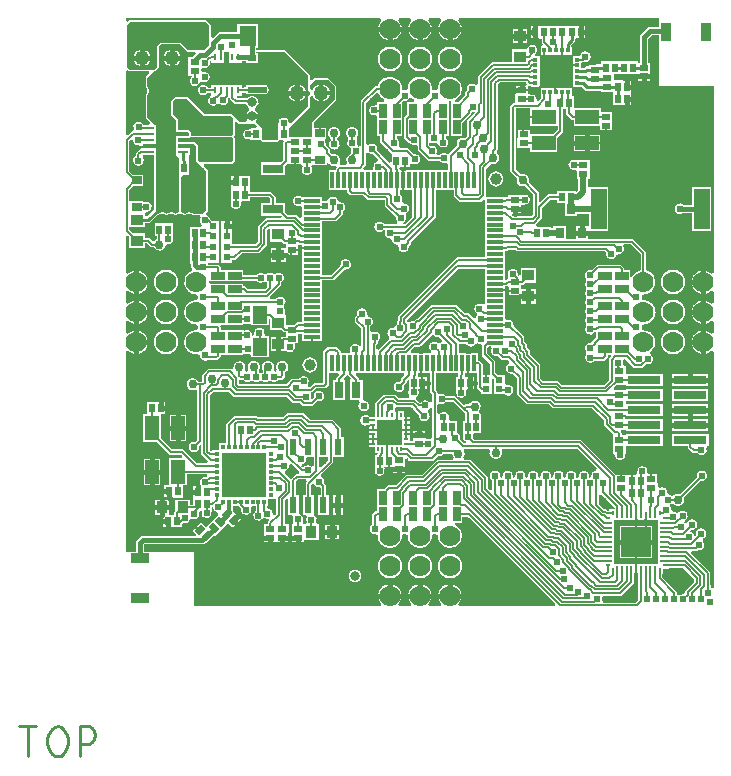
<source format=gtl>
G04 ================== begin FILE IDENTIFICATION RECORD ==================*
G04 Layout Name:  C:/Users/thebh/Desktop/dtf/git/clay/Circuit/R6_1/allegro/CLAYR6.brd*
G04 Film Name:    TOP*
G04 File Format:  Gerber RS274X*
G04 File Origin:  Cadence Allegro 16.6-P004*
G04 Origin Date:  Sat Feb 13 14:58:58 2016*
G04 *
G04 Layer:  ETCH/TOP*
G04 Layer:  PIN/TOP*
G04 Layer:  VIA CLASS/TOP*
G04 *
G04 Offset:    (0.00 0.00)*
G04 Mirror:    No*
G04 Mode:      Positive*
G04 Rotation:  0*
G04 FullContactRelief:  No*
G04 UndefLineWidth:     0.00*
G04 ================== end FILE IDENTIFICATION RECORD ====================*
%FSLAX25Y25*MOIN*%
%IR0*IPPOS*OFA0.00000B0.00000*MIA0B0*SFA1.00000B1.00000*%
%ADD56R,.11X.03*%
%AMMACRO23*
21,1,.02,.03,0.0,0.0,135.*%
%ADD23MACRO23*%
%ADD27R,.106X.04*%
%ADD52R,.052X.134*%
%ADD51R,.02X.009*%
%ADD55R,.009X.02*%
%ADD16C,.03*%
%ADD46R,.015X.008*%
%ADD41C,.05*%
%ADD35C,.032*%
%ADD50R,.015X.009*%
%ADD45R,.008X.015*%
%ADD11C,.024*%
%ADD54R,.009X.015*%
%ADD15C,.07*%
%AMMACRO20*
4,1,20,.03248,-.04724,
.03248,.04724,
.01535,.04724,
.01535,.0748,
.00433,.0748,
.00433,.04724,
-.00433,.04724,
-.00433,.0748,
-.01535,.0748,
-.01535,.04734,
-.03248,.04734,
-.03248,-.04734,
-.01535,-.04734,
-.01535,-.0748,
-.00433,-.0748,
-.00433,-.04724,
.00433,-.04724,
.00433,-.0748,
.01535,-.0748,
.01535,-.04724,
.03248,-.04724,
0.0*
%
%ADD20MACRO20*%
%ADD22C,.048*%
%ADD38C,.03937*%
%ADD28R,.03X.02*%
%AMMACRO24*
21,1,.02,.03,0.0,0.0,45.*%
%ADD24MACRO24*%
%ADD14R,.02X.03*%
%ADD29R,.01X.024*%
%ADD47R,.024X.02*%
%ADD21R,.033X.011*%
%ADD33R,.018X.012*%
%ADD48R,.031X.035*%
%ADD39R,.055X.012*%
%ADD32R,.012X.018*%
%ADD26R,.024X.024*%
%ADD18R,.04X.044*%
%ADD43R,.012X.055*%
%ADD42R,.03X.055*%
%ADD19R,.033X.025*%
%ADD10R,.063X.032*%
%ADD57R,.032X.063*%
%ADD37R,.022X.055*%
%ADD17R,.04X.038*%
%ADD40R,.066X.031*%
%ADD25R,.045X.025*%
%ADD12R,.038X.04*%
%ADD53R,.1X.1*%
%ADD44R,.025X.045*%
%ADD34R,.047X.06*%
%ADD30R,.057X.07*%
%ADD36R,.079X.063*%
%ADD49R,.079X.048*%
%ADD31R,.148X.148*%
%ADD13R,.048X.079*%
%ADD58C,.01*%
%ADD59C,.02*%
%ADD60C,.012*%
%ADD61C,.014*%
%ADD62C,.015*%
%ADD63C,.016*%
%ADD64C,.0152*%
%ADD65C,.006*%
%ADD78R,.12002X.04004*%
%ADD77R,.12202X.04204*%
%ADD74C,.06004*%
%ADD72C,.0514*%
%ADD66C,.04404*%
%ADD69C,.08204*%
%ADD73C,.05804*%
%ADD79R,.11004X.11004*%
%ADD68R,.03204X.06504*%
%ADD75R,.05004X.04804*%
%ADD67R,.04804X.05004*%
%ADD76R,.08902X.05802*%
%ADD71R,.05802X.08902*%
%ADD70R,.05802X.08904*%
G75*
%LPD*%
G75*
G36*
G01X-75398Y-97999D02*
Y-79798D01*
X-92038D01*
Y-77504D01*
X-92036Y-77502D01*
Y-77482D01*
X-91856Y-77302D01*
X-71890D01*
X-71580Y-76992D01*
X-71411Y-77161D01*
X-68550Y-74301D01*
X-68289Y-74561D01*
X-63979Y-70251D01*
X-62411Y-71820D01*
X-59580Y-68989D01*
X-61595Y-66974D01*
X-61525Y-66903D01*
X-62298Y-66130D01*
Y-64662D01*
X-60390D01*
X-59660Y-65392D01*
X-59682Y-65497D01*
G03X-56238Y-65207I1765J-363D01*
G02X-55865Y-64662I373J145D01*
G01X-54672D01*
Y-66210D01*
G03X-52268Y-68766I902J-1560D01*
G02X-51729Y-68644I333J-221D01*
G03X-50644Y-68895I929J1544D01*
G02X-50326Y-69577I35J-399D01*
G01X-50702Y-69952D01*
Y-70524D01*
X-51902D01*
Y-73726D01*
X-51802D01*
Y-76576D01*
X-43798D01*
Y-73726D01*
X-43698D01*
Y-70524D01*
X-44898D01*
Y-62621D01*
X-44484Y-62207D01*
G02X-43801Y-62490I283J-283D01*
G01Y-67552D01*
X-42536D01*
G02X-42185Y-68142I0J-400D01*
G03X-42150Y-69919I1585J-858D01*
G02X-42494Y-70524I-344J-205D01*
G01X-42702D01*
Y-73726D01*
X-42602D01*
Y-76576D01*
X-38598D01*
Y-75902D01*
X-33598D01*
Y-70698D01*
X-34253D01*
G02X-34588Y-70081I0J400D01*
G03X-35398Y-67440I-1512J981D01*
G01Y-60848D01*
X-36198D01*
Y-57473D01*
X-35864Y-57138D01*
G02X-35215Y-57260I283J-283D01*
G03X-33431Y-58332I1650J725D01*
G02X-33002Y-58731I29J-399D01*
G01Y-60848D01*
X-33802D01*
Y-67552D01*
X-30398D01*
Y-60848D01*
X-31198D01*
Y-57627D01*
X-31822Y-57003D01*
X-31800Y-56898D01*
G03X-32840Y-54885I-1765J363D01*
G02X-32962Y-54236I161J366D01*
G01X-28848Y-50123D01*
Y-48152D01*
X-25398D01*
Y-41448D01*
X-26198D01*
Y-38525D01*
X-28925Y-35798D01*
X-36613D01*
X-38763Y-33648D01*
X-44237D01*
X-45635Y-35046D01*
X-53781D01*
X-54231Y-34596D01*
X-61917D01*
X-64522Y-37201D01*
Y-43538D01*
X-66792D01*
Y-45998D01*
X-69262D01*
Y-46298D01*
X-69627D01*
X-69898Y-46027D01*
Y-27673D01*
X-68627Y-26402D01*
X-63570D01*
X-61870Y-28102D01*
X-44341D01*
X-42241Y-30202D01*
X-39979D01*
X-39079Y-31102D01*
X-35564D01*
X-34104Y-29642D01*
X-33999Y-29664D01*
G03X-35401Y-28262I363J1765D01*
G01X-35379Y-28367D01*
X-35898Y-28886D01*
X-36121Y-28664D01*
X-36092Y-28553D01*
G03X-36393Y-27021I-1744J453D01*
G02X-36232Y-26702I161J119D01*
G01X-35957D01*
X-34557Y-25302D01*
X-31427D01*
X-30398Y-24273D01*
Y-20364D01*
X-27228D01*
G02X-26945Y-21047I0J-400D01*
G01X-27802Y-21904D01*
Y-22648D01*
X-29002D01*
Y-29352D01*
X-24798D01*
Y-22648D01*
X-25031D01*
G02X-25314Y-21966I0J400D01*
G01X-24162Y-20813D01*
X-23009Y-21966D01*
G02X-23202Y-22638I-283J-282D01*
G01Y-29352D01*
X-20265D01*
G02X-19981Y-30033I0J-400D01*
G03X-18617Y-29500I1281J-1267D01*
G02X-18998Y-29100I19J399D01*
G01Y-22648D01*
X-20198D01*
Y-22227D01*
X-21378Y-21047D01*
G02X-21095Y-20364I283J283D01*
G01X-5405D01*
G02X-5122Y-21047I0J-400D01*
G01X-6102Y-22027D01*
Y-22725D01*
X-6495Y-23118D01*
X-6600Y-23096D01*
G03X-5198Y-24498I-363J-1765D01*
G01X-5220Y-24393D01*
X-4298Y-23471D01*
Y-22773D01*
X-4018Y-22493D01*
G02X-3676Y-22634I142J-141D01*
G01Y-25899D01*
G03X-3414Y-27931I1601J-826D01*
G02X-3711Y-28598I-297J-267D01*
G01X-6859D01*
X-8059Y-27398D01*
X-12071D01*
X-14938Y-30266D01*
Y-33029D01*
X-15039D01*
Y-34962D01*
X-16596D01*
G03X-17416Y-37679I-1473J-1038D01*
G02X-16871Y-38052I145J-373D01*
G01Y-44739D01*
X-15039D01*
Y-46771D01*
X-13991D01*
G02X-13849Y-47112I0J-200D01*
G01X-14235Y-47498D01*
X-14976D01*
Y-51927D01*
G03X-11756Y-52062I1576J-873D01*
G01X-11774Y-52023D01*
Y-51602D01*
X-8902D01*
Y-53576D01*
X-4898D01*
Y-50726D01*
X-4798D01*
Y-48941D01*
G02X-4116Y-48658I400J0D01*
G01X-3802Y-48972D01*
Y-49602D01*
X4313D01*
X5852Y-48063D01*
X5957Y-48085D01*
G03X7880Y-47222I363J1765D01*
G01X10794D01*
X10819Y-47394D01*
G03X11283Y-48443I2081J293D01*
G02X10975Y-49098I-308J-255D01*
G01X5639D01*
X639Y-54098D01*
X-4474D01*
X-8074Y-57698D01*
X-10473D01*
X-11673Y-58898D01*
X-14102D01*
Y-66348D01*
X-14773D01*
X-15902Y-67477D01*
Y-70640D01*
G03X-14590Y-73955I902J-1560D01*
G02X-14100Y-74358I91J-389D01*
G03X-5900I4100J-142D01*
G02X-5410Y-73955I399J14D01*
G03X-4590I410J1755D01*
G02X-4100Y-74358I91J-389D01*
G03X4100I4100J-142D01*
G02X4590Y-73955I399J14D01*
G03X5410I410J1755D01*
G02X5900Y-74358I91J-389D01*
G03X11886Y-70857I4100J-142D01*
G02X12070Y-70102I184J355D01*
G01X14102D01*
Y-68152D01*
X16079D01*
X45243Y-97316D01*
G02X44960Y-97999I-283J-283D01*
G01X13126D01*
G02X12842Y-97317I0J400D01*
G03X7158I-2842J2817D01*
G02X6874Y-97999I-284J-282D01*
G01X3126D01*
G02X2842Y-97317I0J400D01*
G03X-2842I-2842J2817D01*
G02X-3126Y-97999I-284J-282D01*
G01X-6874D01*
G02X-7158Y-97317I0J400D01*
G03X-12842I-2842J2817D01*
G02X-13126Y-97999I-284J-282D01*
G01X-75398D01*
G37*
G36*
G01X-97999Y-79798D02*
Y-13126D01*
G02X-97317Y-12842I400J0D01*
G03Y-7158I2817J2842D01*
G02X-97999Y-6874I-282J284D01*
G01Y-3126D01*
G02X-97317Y-2842I400J0D01*
G03Y2842I2817J2842D01*
G02X-97999Y3126I-282J284D01*
G01Y6874D01*
G02X-97317Y7158I400J0D01*
G03Y12842I2817J2842D01*
G02X-97999Y13126I-282J284D01*
G01Y25258D01*
G02X-97316Y25541I400J0D01*
G01X-96902Y25127D01*
Y21398D01*
X-91698D01*
Y22998D01*
X-90873D01*
X-89573Y21698D01*
X-88699D01*
G03X-84720Y22297I1899J902D01*
G02X-84247Y22632I396J-58D01*
G03X-82211Y25027I347J1768D01*
G01X-82223Y25060D01*
Y29702D01*
X-88377D01*
Y25498D01*
X-87702D01*
Y24499D01*
G03X-88503Y23833I902J-1899D01*
G02X-89109Y23784I-324J234D01*
G01X-90127Y24802D01*
X-91698D01*
Y26402D01*
X-95627D01*
X-96798Y27573D01*
Y28398D01*
X-91698D01*
Y29798D01*
X-89981D01*
X-87481Y32298D01*
X-80451D01*
X-80000Y32749D01*
X-79549Y32298D01*
X-73373D01*
G02X-73049Y31664I0J-400D01*
G03X-72820Y29294I1461J-1055D01*
G02X-73093Y28602I-273J-292D01*
G01X-76677D01*
Y16198D01*
X-76426D01*
Y15215D01*
X-75733Y14522D01*
G02X-75881Y13862I-283J-283D01*
G03X-74358Y5900I1381J-3862D01*
G02X-73955Y5410I14J-399D01*
G03Y4590I1755J-410D01*
G02X-74358Y4100I-389J-91D01*
G03Y-4100I-142J-4100D01*
G02X-73955Y-4590I14J-399D01*
G03Y-5410I1755J-410D01*
G02X-74358Y-5900I-389J-91D01*
G03X-73803Y-14042I-142J-4100D01*
G02X-73336Y-14429I67J-394D01*
G03X-70542Y-15898I1802J36D01*
G01X-67473D01*
X-66348Y-14773D01*
Y-14102D01*
X-58898D01*
G02X-58290Y-13773I400J-12D01*
G03X-56697Y-13914I939J1538D01*
G02X-56152Y-14287I145J-373D01*
G01Y-15052D01*
X-50248D01*
Y-7848D01*
X-51412D01*
G02X-51791Y-7322I0J400D01*
G03X-55209I-1709J572D01*
G02X-55588Y-7848I-379J-126D01*
G01X-55894D01*
X-55899Y-7654D01*
G03X-58598Y-6138I-1801J-46D01*
G02X-58898Y-5965I-100J173D01*
G01Y-5898D01*
X-66348D01*
Y-4977D01*
X-66540Y-4785D01*
G02X-66257Y-4102I283J283D01*
G01X-58898D01*
Y-4035D01*
G02X-58598Y-3862I200J0D01*
G03X-56760Y-3837I898J1562D01*
G02X-56152Y-4179I208J-342D01*
G01Y-4352D01*
X-50248D01*
Y-2309D01*
G02X-49907Y-2168I200J0D01*
G01X-49802Y-2273D01*
Y-6002D01*
X-46073D01*
X-45373Y-6702D01*
X-44702D01*
Y-7426D01*
X-44602D01*
Y-8098D01*
X-49702D01*
Y-12902D01*
X-44646D01*
G03X-41764Y-10844I1246J1302D01*
G02X-41401Y-10276I363J168D01*
G01X-40598D01*
Y-7426D01*
X-40498D01*
Y-7086D01*
X-39364D01*
Y-7387D01*
X-39264D01*
Y-11224D01*
X-32760D01*
Y-7387D01*
X-32660D01*
Y10630D01*
X-28756D01*
X-25168Y14218D01*
X-25063Y14196D01*
G03X-26465Y15598I363J1765D01*
G01X-26443Y15493D01*
X-29502Y12434D01*
X-32660D01*
Y20608D01*
X-32760D01*
Y22140D01*
X-32660D01*
Y30314D01*
X-27811D01*
X-25652Y32473D01*
Y33386D01*
G03X-26761Y36736I-902J1560D01*
G02X-27204Y37078I-47J397D01*
G03X-30719Y37328I-1784J-251D01*
G02X-31187Y37047I-385J110D01*
G03X-32133Y36994I-376J-1762D01*
G02X-32660Y37373I-127J379D01*
G01Y38324D01*
X-39139D01*
G03X-39891Y35391I-1323J-1224D01*
G02X-39364Y35012I127J-379D01*
G01Y31746D01*
G02X-40047Y31463I-400J0D01*
G01X-41086Y32502D01*
X-43970D01*
X-44998Y33530D01*
Y36558D01*
X-47998D01*
Y38473D01*
X-49627Y40102D01*
X-56723D01*
Y41302D01*
X-56724D01*
Y45402D01*
X-59926D01*
Y45302D01*
X-62776D01*
Y41302D01*
X-62877D01*
Y36872D01*
G03X-59591Y36571I1577J-872D01*
G02X-59212Y37098I379J127D01*
G01X-56723D01*
Y38298D01*
X-50373D01*
X-49802Y37727D01*
Y36558D01*
X-52802D01*
Y32256D01*
X-46273D01*
X-46002Y31984D01*
G02X-46285Y31302I-283J-282D01*
G01X-51271D01*
X-53902Y28671D01*
Y23573D01*
X-54773Y22702D01*
X-62598D01*
Y23602D01*
X-62698D01*
Y30502D01*
X-66102D01*
Y23602D01*
X-66202D01*
Y16498D01*
X-62598D01*
Y17398D01*
X-61527D01*
X-59227Y19698D01*
X-53529D01*
X-50898Y22329D01*
Y27427D01*
X-50484Y27841D01*
G02X-49802Y27558I282J-283D01*
G01Y23598D01*
X-45973D01*
X-45148Y22774D01*
X-44702D01*
Y22074D01*
X-44602D01*
Y21502D01*
X-49702D01*
Y16698D01*
X-44698D01*
Y19224D01*
X-40598D01*
Y22074D01*
X-40498D01*
Y22440D01*
X-39364D01*
Y22140D01*
X-39264D01*
Y20608D01*
X-39364D01*
Y-3314D01*
X-40864D01*
X-41773Y-4224D01*
X-44598D01*
Y-998D01*
X-44737D01*
G02X-45094Y-417I-1J400D01*
G03X-45344Y1586I-1606J817D01*
G02X-45307Y2149I302J263D01*
G03X-48060Y4402I-1193J1351D01*
G01X-49758D01*
G02X-50041Y5084I0J400D01*
G01X-46098Y9027D01*
Y9940D01*
G03X-48228Y12819I-902J1560D01*
G02X-48772I-272J293D01*
G03X-51245Y12803I-1228J-1319D01*
G02X-51790Y12796I-276J289D01*
G03X-54560Y12362I-1210J-1335D01*
G01X-58898D01*
Y14102D01*
X-66348D01*
Y15023D01*
X-67227Y15902D01*
X-70523D01*
Y16498D01*
X-66998D01*
Y30602D01*
X-69327D01*
X-69866Y31140D01*
X-69880Y31185D01*
G03X-71141Y32355I-1708J-576D01*
G02X-71324Y33025I100J387D01*
G01X-70498Y33851D01*
Y47449D01*
X-71965Y48916D01*
G02X-71682Y49598I283J282D01*
G01X-62451D01*
X-61598Y50451D01*
Y58049D01*
X-62149Y58600D01*
X-61698Y59051D01*
Y63182D01*
G02X-61016Y63465I400J0D01*
G01X-60449Y62898D01*
X-54949D01*
X-54235Y62185D01*
G02X-54518Y61502I-283J-283D01*
G01X-56077D01*
Y61380D01*
G02X-56608Y61002I-400J0D01*
G03Y57598I-592J-1702D01*
G02X-56085Y57298I131J-378D01*
G01X-52849D01*
X-52349Y56798D01*
X-47451D01*
X-46951Y57298D01*
X-45485D01*
G02X-45343Y56957I0J-200D01*
G01X-45502Y56798D01*
Y50716D01*
X-46273Y49944D01*
X-52802D01*
Y45642D01*
X-44998D01*
Y48670D01*
X-44043Y49625D01*
G02X-43702Y49484I141J-141D01*
G01Y49324D01*
X-39702D01*
Y49223D01*
X-39360D01*
G02X-39040Y48583I0J-400D01*
G03X-36160I1440J-1083D01*
G02X-35840Y49223I320J240D01*
G01X-35552D01*
Y49048D01*
X-31048D01*
Y49264D01*
G02X-30321Y49493I400J-1D01*
G03X-27915Y48713I1721J1207D01*
G01X-27797Y48753D01*
X-27567Y48524D01*
X-28056Y48035D01*
Y47364D01*
X-30324D01*
Y40660D01*
X-24118D01*
Y39989D01*
X-23127Y38998D01*
X-18920D01*
X-17420Y37498D01*
X-11773D01*
X-11702Y37427D01*
Y35527D01*
X-8043Y31868D01*
X-8065Y31763D01*
G03X-7539Y30092I1765J-363D01*
G02X-7814Y29402I-275J-290D01*
G01X-11840D01*
G03X-11895Y27509I-1560J-902D01*
G01X-11836Y27598D01*
X-11635D01*
G02X-11462Y27299I0J-200D01*
G03X-9818Y24600I1562J-899D01*
G02X-9400Y24218I18J-400D01*
G03X-7572Y22498I1800J82D01*
G02X-7172Y22026I7J-400D01*
G03X-3635Y22063I1772J-326D01*
G01X-3657Y22168D01*
X-3084Y22742D01*
Y23442D01*
X5244Y31769D01*
Y40660D01*
X11298D01*
Y38627D01*
X13027Y36898D01*
X20273D01*
X20978Y37603D01*
G02X21660Y37320I282J-283D01*
G01Y35920D01*
X21760D01*
Y34387D01*
X21660D01*
Y18338D01*
X12364D01*
X-7252Y-1278D01*
Y-2535D01*
X-7468Y-2751D01*
Y-3664D01*
G03X-8326Y-4835I901J-1560D01*
G02X-8775Y-5144I-391J87D01*
G03X-10202Y-8302I-262J-1783D01*
G02X-10177Y-8890I-258J-306D01*
G01X-13758Y-12471D01*
G02X-14440Y-12188I-282J283D01*
G01Y-11041D01*
X-13972Y-10573D01*
Y-9760D01*
G03X-15863Y-6694I-902J1560D01*
G02X-16482Y-6359I-219J335D01*
G01Y-4700D01*
G03X-17219Y-1371I-940J1538D01*
G02X-17560Y-870I45J397D01*
G03X-21065Y-763I-1740J470D01*
G01X-21043Y-868D01*
X-21686Y-1512D01*
Y-3142D01*
X-19524Y-5305D01*
Y-6033D01*
X-19486Y-6071D01*
Y-10803D01*
G02X-20179Y-11075I-400J0D01*
G03X-23122Y-13086I-1321J-1225D01*
G02X-23482Y-13660I-360J-174D01*
G01X-26252D01*
Y-12973D01*
X-27727Y-11498D01*
X-30673D01*
X-32202Y-13027D01*
Y-23498D01*
X-35303D01*
X-36703Y-24898D01*
X-37087D01*
G02X-37380Y-24226I0J400D01*
G03X-40260Y-22098I-1320J1227D01*
G01X-42643D01*
X-44443Y-23898D01*
X-60128D01*
X-60298Y-23728D01*
Y-22531D01*
X-60052Y-22429D01*
X-59980Y-22500D01*
X-59067D01*
G03X-56286Y-22924I1560J901D01*
G02X-55741Y-22927I271J-294D01*
G03X-53273I1234J1313D01*
G02X-52727Y-22926I274J-292D01*
G03X-50268Y-22923I1228J1319D01*
G02X-49723Y-22921I274J-292D01*
G03X-46939Y-22500I1224J1322D01*
G01X-46026D01*
X-44948Y-21423D01*
Y-20199D01*
G03X-47722Y-19256I-902J1899D01*
G02X-48155Y-19830I-356J-181D01*
G03X-48380Y-19801I-342J-1769D01*
G02X-48713Y-19226I26J399D01*
G03X-52427Y-19340I-1887J926D01*
G01X-52400Y-19386D01*
Y-20047D01*
G03X-52733Y-20294I900J-1561D01*
G02X-53279Y-20295I-274J292D01*
G03X-53606Y-20054I-1226J-1321D01*
G01Y-19474D01*
X-53574Y-19425D01*
G03X-57238Y-19223I-1776J1125D01*
G02X-57581Y-19799I-359J-176D01*
G03X-57801Y-19821I69J-1801D01*
G02X-58223Y-19246I-65J395D01*
G03X-62176Y-18633I-1877J946D01*
G02X-62853Y-18979I-395J-63D01*
G01X-63034Y-18798D01*
X-70668D01*
X-72602Y-20732D01*
Y-23027D01*
X-72673Y-23098D01*
X-73801D01*
G03X-74693Y-25845I-1899J-902D01*
G02X-74102Y-26196I191J-351D01*
G01Y-42427D01*
X-74832Y-43157D01*
X-74937Y-43135D01*
G03X-73535Y-44537I-363J-1765D01*
G01X-73557Y-44432D01*
X-73243Y-44118D01*
G02X-72902Y-44259I141J-141D01*
G01Y-47271D01*
X-70617Y-49556D01*
G02X-70900Y-50238I-283J-282D01*
G01X-74187D01*
X-78827Y-45598D01*
X-82575D01*
X-86330Y-41844D01*
Y-34002D01*
X-84874D01*
Y-29998D01*
X-87724D01*
Y-29898D01*
X-90926D01*
Y-34016D01*
X-92332D01*
Y-43118D01*
X-87604D01*
X-83321Y-47402D01*
X-79573D01*
X-79075Y-47900D01*
G02X-79358Y-48582I-283J-282D01*
G01X-83670D01*
Y-57698D01*
X-85126D01*
Y-61702D01*
X-82276D01*
Y-61802D01*
X-79074D01*
Y-57686D01*
X-77668D01*
Y-54036D01*
X-76996D01*
X-76972Y-54012D01*
X-71052D01*
G02X-70769Y-54694I0J-400D01*
G01X-71032Y-54957D01*
X-71137Y-54935D01*
G03X-73145Y-57435I-363J-1765D01*
G02X-73510Y-57998I-365J-163D01*
G01X-75476D01*
Y-61898D01*
X-75577D01*
Y-64098D01*
X-76498D01*
Y-62398D01*
X-81502D01*
Y-66227D01*
X-81926Y-66652D01*
Y-67398D01*
X-82626D01*
Y-67498D01*
X-83598D01*
Y-62498D01*
X-88402D01*
Y-67502D01*
X-85476D01*
Y-71502D01*
X-82626D01*
Y-71602D01*
X-79424D01*
Y-70798D01*
X-79000Y-70375D01*
X-78884Y-70413D01*
G03X-76563Y-69078I559J1713D01*
G02X-75995Y-68803I391J-84D01*
G03X-73487Y-66626I795J1617D01*
G02X-73107Y-66102I380J124D01*
G01X-72710D01*
Y-66337D01*
X-72722Y-66369D01*
G03X-69423Y-66150I1697J-606D01*
G01Y-64902D01*
X-68909D01*
X-68900Y-65091D01*
G03X-67359Y-66783I1800J91D01*
G02X-67134Y-67462I-58J-396D01*
G01X-71221Y-71549D01*
X-72789Y-69980D01*
X-75620Y-72811D01*
X-74535Y-73896D01*
G02X-74818Y-74578I-283J-282D01*
G01X-92984D01*
X-94760Y-76354D01*
Y-76374D01*
X-94762Y-76376D01*
Y-79798D01*
X-97999D01*
G37*
G36*
G01X-72898Y81148D02*
G02X-72353Y81521I400J0D01*
G03X-69920Y83482I653J1679D01*
G01X-69923Y83498D01*
Y83692D01*
X-69909Y83706D01*
X-69656D01*
X-69648Y83714D01*
X-69437D01*
Y83210D01*
X-65265D01*
Y86900D01*
X-63533D01*
Y83210D01*
X-59361D01*
Y83660D01*
X-58002D01*
Y83174D01*
X-53798D01*
Y86376D01*
X-54548D01*
Y86900D01*
X-45200D01*
X-37300Y79000D01*
Y76051D01*
X-37302Y76049D01*
Y68549D01*
X-42851Y63000D01*
X-43398D01*
G02X-43598Y63200I0J200D01*
G03X-47134Y62710I-1802J0D01*
G01X-47102Y62598D01*
X-47300Y62400D01*
Y57800D01*
X-47700Y57400D01*
X-49722D01*
G03X-49878I-78J-1700D01*
G01X-52100D01*
X-52600Y57900D01*
Y61400D01*
X-54535Y63335D01*
G02X-54515Y63918I283J282D01*
G03X-54889Y67343I-1385J1582D01*
G02X-54881Y68048I193J350D01*
G03X-57619Y71376I-1019J1952D01*
G01X-61003D01*
X-61129Y71503D01*
G02X-60847Y72186I283J283D01*
G01X-59361D01*
Y73086D01*
X-58002D01*
Y72624D01*
X-52851D01*
G03Y75826I826J1601D01*
G01X-58002D01*
Y75126D01*
X-58673D01*
X-58910Y74890D01*
X-59361D01*
Y75790D01*
X-69437D01*
Y74890D01*
X-70628D01*
G03Y73086I-1560J-902D01*
G01X-69437D01*
Y72225D01*
X-69563Y72175D01*
G03X-67442Y69440I663J-1675D01*
G02X-66841Y69493I324J-235D01*
G03X-63828Y71168I1251J1297D01*
G01X-63851Y71274D01*
X-63674Y71451D01*
G02X-63332Y71310I142J-141D01*
G01Y71157D01*
X-61749Y69574D01*
X-58066D01*
X-58026Y69426D01*
G03X-56919Y68048I2126J574D01*
G02X-56911Y67343I-185J-355D01*
G03X-57516Y64156I1011J-1843D01*
G02X-57823Y63500I-307J-256D01*
G01X-60200D01*
X-62700Y66000D01*
X-71700D01*
X-77500Y71800D01*
X-81700D01*
X-82900Y70600D01*
Y65700D01*
X-81300Y64100D01*
Y52600D01*
X-80300Y51600D01*
Y33437D01*
X-80430Y33388D01*
G03X-81088Y32960I630J-1688D01*
G01X-81147Y32900D01*
X-81453D01*
X-81512Y32960D01*
G03X-84088I-1288J-1260D01*
G01X-84147Y32900D01*
X-84453D01*
X-84512Y32960D01*
G03X-87144Y32900I-1288J-1260D01*
G01X-87200D01*
X-88000Y33700D01*
Y62300D01*
X-88156Y62456D01*
Y62588D01*
X-88289D01*
X-90800Y65100D01*
Y72323D01*
G03Y75077I-1000J1377D01*
G01Y78100D01*
X-88602Y80298D01*
X-88351D01*
X-86998Y81651D01*
Y88651D01*
X-86351Y89298D01*
X-79849D01*
X-77449Y86899D01*
X-74979D01*
G02X-74697Y86216I-1J-400D01*
G01X-75835Y85077D01*
X-77102D01*
Y78923D01*
X-75902D01*
Y78564D01*
X-75991Y78505D01*
G03X-73241Y76609I991J-1505D01*
G02X-72641Y76863I390J-87D01*
G03X-72353Y80079I941J1537D01*
G02X-72898Y80452I-145J373D01*
G01Y81148D01*
G37*
G36*
G01X-91698Y32002D02*
Y33007D01*
G02X-91262Y33405I400J0D01*
G03X-91864Y36832I162J1795D01*
G01X-91904Y36813D01*
X-92148D01*
Y37052D01*
X-96798D01*
Y40727D01*
X-95377Y42148D01*
X-92148D01*
Y45852D01*
X-95477D01*
X-96798Y47173D01*
Y57027D01*
X-96284Y57541D01*
G02X-95602Y57266I282J-283D01*
G03X-93392Y55545I1802J34D01*
G02X-92902Y55155I90J-390D01*
G01Y54851D01*
X-92857Y54806D01*
G02X-92998Y54465I-141J-141D01*
G01X-93330D01*
X-94702Y53093D01*
Y52160D01*
G03X-92417Y51755I902J-1560D01*
G02X-92110Y52412I307J257D01*
G01X-88602D01*
Y34293D01*
X-90893Y32002D01*
X-91698D01*
G37*
G36*
G01X-87700Y56200D02*
X-92100D01*
X-92300Y56000D01*
Y55100D01*
X-92100Y54900D01*
X-87700D01*
Y56200D01*
G37*
G36*
G01X-91402Y64851D02*
X-89822Y63272D01*
G02X-90105Y62589I-283J-283D01*
G01X-92190D01*
G03X-95390Y60938I-1567J-889D01*
G02X-95753Y60370I-363J-168D01*
G01X-96005D01*
X-97316Y59059D01*
G02X-97999Y59342I-283J283D01*
G01Y80483D01*
G02X-97316Y80766I400J0D01*
G01X-96849Y80298D01*
X-90418D01*
G02X-90135Y79616I0J-400D01*
G01X-91402Y78349D01*
Y64851D01*
G37*
G36*
G01X-96600Y80900D02*
X-97600Y81900D01*
Y95700D01*
X-96600Y96700D01*
X-71400D01*
X-70300Y95600D01*
Y90086D01*
X-70302Y90085D01*
Y89000D01*
X-71801Y87500D01*
X-77200D01*
X-79600Y89900D01*
X-86600D01*
X-87600Y88900D01*
Y81900D01*
X-88600Y80900D01*
X-96600D01*
G37*
G36*
G01X97999Y-91700D02*
G02X97345Y-92009I-400J0D01*
G03X97100Y-91840I-1142J-1394D01*
G01Y-90927D01*
X96826Y-90652D01*
Y-86552D01*
X90473Y-80199D01*
G02X90756Y-79516I283J283D01*
G01X92458D01*
X92672Y-79303D01*
X92772Y-79318D01*
G03X94218Y-76176I263J1783D01*
G02X94354Y-75495I263J302D01*
G03X92020Y-74148I-569J1710D01*
G01X92042Y-74253D01*
X91742Y-74554D01*
X91563Y-74375D01*
X91549Y-74325D01*
G03X90167Y-73048I-1734J-490D01*
G01X90108Y-73036D01*
X89923Y-72852D01*
X90282Y-72493D01*
X90387Y-72515D01*
G03X89040Y-70181I363J1765D01*
G02X88359Y-70317I-379J127D01*
G03X88179Y-70137I-1361J-1181D01*
G02X88288Y-69465I262J302D01*
G03X86142Y-66741I-688J1665D01*
G02X85543Y-66795I-323J236D01*
G03X84302Y-66298I-1243J-1305D01*
G02X83902Y-65898I0J400D01*
G03X83419Y-64673I-1802J-3D01*
G02X83510Y-64055I293J273D01*
G03X83821Y-63825I-910J1555D01*
G02X84397Y-63860I271J-294D01*
G03X88016Y-61906I1603J1360D01*
G01X87983Y-61792D01*
X93532Y-56243D01*
X93637Y-56265D01*
G03X92235Y-54863I363J1765D01*
G01X92257Y-54968D01*
X86708Y-60517D01*
X86594Y-60484D01*
G03X84397Y-61140I-594J-2016D01*
G02X83821Y-61175I-305J259D01*
G03X82919Y-60726I-1222J-1324D01*
G02X82592Y-60290I71J394D01*
G03X79901Y-58538I-1792J190D01*
G02X79302Y-58192I-199J347D01*
G01Y-56874D01*
X79202D01*
Y-54024D01*
X76303D01*
G02X75919Y-53510I0J400D01*
G03X72482Y-53572I-1728J510D01*
G02X72103Y-54098I-379J-126D01*
G01X71974D01*
Y-54198D01*
X69124D01*
Y-54224D01*
X65496D01*
X53671Y-42398D01*
X18173D01*
X17743Y-41968D01*
X17765Y-41863D01*
G03X17679Y-40847I-1765J362D01*
G02X18052Y-40302I373J145D01*
G01X20477D01*
Y-35560D01*
X20489Y-35527D01*
G03X19871Y-33451I-1689J627D01*
G02X19819Y-32853I237J322D01*
G03X16401Y-30498I-1519J1453D01*
G01X15127D01*
X14750Y-30875D01*
X11873Y-27998D01*
X8860D01*
G03X6483Y-27294I-1560J-902D01*
G02X5902Y-26937I-181J356D01*
G01Y-26427D01*
X5244Y-25769D01*
Y-20364D01*
X12625D01*
G02X12767Y-20705I0J-200D01*
G01X12724Y-20749D01*
Y-21498D01*
X12024D01*
Y-26497D01*
X12021Y-26513D01*
G03X15479Y-26147I1779J-287D01*
G02X15852Y-25602I373J145D01*
G01X18076D01*
Y-21598D01*
X15226D01*
Y-21499D01*
X15006D01*
G02X14865Y-21157I0J200D01*
G01X15086Y-20935D01*
Y-20364D01*
X15387D01*
Y-20264D01*
X16920D01*
Y-20364D01*
X19198D01*
Y-25413D01*
X20362Y-26576D01*
X20434D01*
Y-27276D01*
X24036D01*
Y-24074D01*
X23936D01*
Y-22337D01*
G02X24619Y-22054I400J0D01*
G01X24763Y-22198D01*
Y-27277D01*
X28194D01*
G03X28894Y-24291I1271J1277D01*
G02X28367Y-23912I-127J379D01*
G01Y-20923D01*
X26038D01*
X25204Y-20089D01*
Y-16330D01*
X22526Y-13653D01*
Y-11732D01*
X22935Y-11324D01*
X23638D01*
G02X23977Y-11938I1J-400D01*
G03X25863Y-14665I1523J-962D01*
G01X25968Y-14643D01*
X27257Y-15932D01*
X29309D01*
X29838Y-16460D01*
G02X29716Y-17109I-283J-283D01*
G03X30804Y-20524I725J-1650D01*
G01X30909Y-20502D01*
X32398Y-21991D01*
Y-27473D01*
X35627Y-30702D01*
X42925D01*
X44250Y-32026D01*
X57351D01*
X61398Y-36074D01*
Y-37646D01*
X64398Y-40646D01*
Y-47077D01*
X64547D01*
G02X64946Y-47504I0J-400D01*
G03X68519Y-47312I1798J-120D01*
G01X68516Y-47294D01*
Y-47077D01*
X68602D01*
Y-44602D01*
X80924D01*
Y-40398D01*
X68722D01*
Y-40923D01*
X67402D01*
Y-40153D01*
X67008Y-39759D01*
G02X67291Y-39076I283J283D01*
G01X68722D01*
Y-39602D01*
X80924D01*
Y-35398D01*
X68502D01*
Y-34602D01*
X80924D01*
Y-30398D01*
X68602D01*
Y-29602D01*
X80924D01*
Y-25398D01*
X68722D01*
Y-25923D01*
X64793D01*
G02X64510Y-25240I0J400D01*
G01X65673Y-24077D01*
X68722D01*
Y-24602D01*
X80924D01*
Y-20398D01*
X68602D01*
Y-17923D01*
X68100D01*
G02X67721Y-17396I0J400D01*
G03X67691Y-16172I-1709J570D01*
G02X68064Y-15626I373J146D01*
G01X68553D01*
X71528Y-18602D01*
X74273D01*
X75532Y-17343D01*
X75637Y-17365D01*
G03X76889Y-14033I362J1765D01*
G02X76857Y-13357I197J348D01*
G03X74358Y-5900I-2357J3357D01*
G02X73955Y-5410I-14J399D01*
G03Y-4590I-1755J410D01*
G02X74358Y-4100I389J91D01*
G03Y4100I142J4100D01*
G02X73955Y4590I-14J399D01*
G03Y5410I-1755J410D01*
G02X74358Y5900I389J91D01*
G03X75550Y13965I142J4100D01*
G01X75402Y14005D01*
Y20227D01*
X71127Y24502D01*
X56152D01*
Y27198D01*
X62876D01*
Y41802D01*
X56102D01*
Y44523D01*
X56602D01*
Y50677D01*
X52172D01*
G03X51871Y47391I-872J-1577D01*
G02X52398Y47012I127J-379D01*
G01Y44523D01*
X52898D01*
Y40688D01*
X52318Y40108D01*
G02X51977Y40250I-141J142D01*
G01Y40502D01*
X45823D01*
Y39302D01*
X42827D01*
X40284Y36759D01*
G02X39602Y37042I-282J283D01*
G01Y39973D01*
X36283Y43292D01*
X36316Y43406D01*
G03X33706Y46016I-2016J594D01*
G01X33592Y45983D01*
X32002Y47573D01*
Y67927D01*
X32073Y67998D01*
X36814D01*
Y62180D01*
X45924D01*
Y60801D01*
X44543Y59420D01*
X36602D01*
Y60876D01*
X32598D01*
Y58026D01*
X32498D01*
Y54824D01*
X36714D01*
Y53418D01*
X45818D01*
Y58146D01*
X47726Y60055D01*
Y67798D01*
X48874D01*
Y66016D01*
X50710Y64180D01*
X51282D01*
Y62080D01*
X59998D01*
Y60624D01*
X64002D01*
Y63474D01*
X64102D01*
Y66676D01*
X60384D01*
Y68082D01*
X51377D01*
Y72002D01*
X50636D01*
Y74812D01*
X46264D01*
Y74712D01*
X44730D01*
Y74812D01*
X40358D01*
Y71808D01*
X40410D01*
G02X40552Y71467I0J-200D01*
G01X39681Y70596D01*
G02X38999Y70901I-283J283D01*
G03X36462Y72644I-1799J99D01*
G01X36423Y72626D01*
X36002D01*
Y75417D01*
G02X36343Y75558I200J0D01*
G01X36437Y75464D01*
X37008D01*
Y75164D01*
X40012D01*
Y85442D01*
X38400D01*
G02X38258Y85783I0J200D01*
G01X38433Y85958D01*
X38453Y85970D01*
G03X35735Y87861I-953J1530D01*
G01X35702Y87702D01*
X30898D01*
Y83302D01*
X23931D01*
X19398Y78769D01*
Y76113D01*
G02X18726Y75820I-400J0D01*
G03X15735Y74137I-1226J-1320D01*
G01X15757Y74032D01*
X15114Y73388D01*
Y72388D01*
X12827Y70102D01*
X12070D01*
G02X11886Y70857I0J400D01*
G03X5900Y74358I-1886J3643D01*
G02X5410Y73955I-399J-14D01*
G03X4590I-410J-1755D01*
G02X4100Y74358I-91J389D01*
G03X-4100I-4100J142D01*
G02X-4590Y73955I-399J-14D01*
G03X-5410I-410J-1755D01*
G02X-5900Y74358I-91J389D01*
G03X-13965Y75550I-4100J142D01*
G01X-14005Y75402D01*
X-14773D01*
X-19702Y70473D01*
Y55535D01*
G02X-20299Y55187I-400J0D01*
G03X-20585Y55318I-891J-1567D01*
G02X-20823Y55841I134J377D01*
G03X-21095Y57629I-1677J660D01*
G02X-21058Y58171I311J251D01*
G03X-23942I-1442J1529D01*
G02X-23905Y57629I-274J-291D01*
G03X-23106Y54803I1405J-1129D01*
G02X-22868Y54280I-134J-377D01*
G03X-22954Y53249I1677J-659D01*
G01X-22932Y53143D01*
X-23559Y52516D01*
X-23580Y52503D01*
G03X-24345Y49693I1080J-1803D01*
G02X-24696Y49102I-351J-191D01*
G01X-26404D01*
G02X-26755Y49693I0J400D01*
G03X-29194Y52716I-1845J1007D01*
G01X-29308Y52683D01*
X-29998Y53373D01*
Y54342D01*
X-31157Y55501D01*
X-31135Y55606D01*
G03X-31644Y57262I-1765J364D01*
G02X-31366Y57948I279J286D01*
G01X-31148D01*
Y61452D01*
X-35298D01*
Y63151D01*
X-27798Y70651D01*
Y75549D01*
X-30451Y78202D01*
X-35149D01*
X-36016Y77335D01*
G02X-36699Y77618I-283J283D01*
G01Y79249D01*
X-44951Y87502D01*
X-54548D01*
Y87998D01*
X-53948D01*
Y96202D01*
X-60852D01*
Y93452D01*
X-67001D01*
X-69016Y91437D01*
G02X-69698Y91719I-282J283D01*
G01Y95849D01*
X-71151Y97302D01*
X-96849D01*
X-97316Y96834D01*
G02X-97999Y97117I-283J283D01*
G01Y97999D01*
X-13126D01*
G02X-12842Y97317I0J-400D01*
G03X-7158I2842J-2817D01*
G02X-6874Y97999I284J282D01*
G01X-3126D01*
G02X-2842Y97317I0J-400D01*
G03X2842I2842J-2817D01*
G02X3126Y97999I284J282D01*
G01X6874D01*
G02X7158Y97317I0J-400D01*
G03X12842I2842J-2817D01*
G02X13126Y97999I284J282D01*
G01X79798D01*
Y95152D01*
X76140D01*
X73248Y92260D01*
Y83176D01*
X72577D01*
Y83702D01*
X60423D01*
Y82702D01*
X58669D01*
X58444Y82477D01*
X56298D01*
Y81976D01*
X55344D01*
X54772Y81404D01*
X53992D01*
Y81505D01*
X53892D01*
Y83038D01*
X53992D01*
Y83338D01*
X54613D01*
X54732Y83457D01*
X54837Y83435D01*
G03X53442Y85597I363J1765D01*
G01X53407Y85442D01*
X50988D01*
Y83038D01*
X51088D01*
Y81505D01*
X50988D01*
Y75164D01*
X54134D01*
X55375Y73924D01*
X60398D01*
Y73423D01*
X64424D01*
Y69098D01*
X67626D01*
Y69198D01*
X70476D01*
Y77202D01*
X67626D01*
Y77302D01*
X64602D01*
Y79498D01*
X72598D01*
Y77124D01*
X76602D01*
Y79974D01*
X76702D01*
Y83176D01*
X75952D01*
Y91140D01*
X77260Y92448D01*
X79798D01*
Y75398D01*
X97999D01*
Y13126D01*
G02X97317Y12842I-400J0D01*
G03Y7158I-2817J-2842D01*
G02X97999Y6874I282J-284D01*
G01Y3126D01*
G02X97317Y2842I-400J0D01*
G03Y-2842I-2817J-2842D01*
G02X97999Y-3126I282J-284D01*
G01Y-6874D01*
G02X97317Y-7158I-400J0D01*
G03Y-12842I-2817J-2842D01*
G02X97999Y-13126I282J-284D01*
G01Y-91700D01*
G37*
G36*
G01X-57277Y7702D02*
X-58227Y8652D01*
X-58898D01*
Y9602D01*
X-69998D01*
G02X-70398Y10002I0J400D01*
G03X-70402Y10189I-4102J6D01*
G01X-70403Y10193D01*
Y10398D01*
X-58898D01*
Y10560D01*
X-54560D01*
G03X-51755Y10158I1560J901D01*
G02X-51210Y10165I276J-289D01*
G03X-50902Y9940I1211J1334D01*
G01Y8471D01*
X-51671Y7702D01*
X-57277D01*
G37*
G36*
G01X-75249Y56198D02*
X-74602Y55551D01*
Y50451D01*
X-73749Y49598D01*
X-73498D01*
X-71100Y47200D01*
Y34100D01*
X-72300Y32900D01*
X-75593D01*
G03X-78007I-1207J-1200D01*
G01X-78593D01*
G03X-79530Y33380I-1206J-1200D01*
G01X-79698Y33407D01*
Y45202D01*
X-79002Y45898D01*
X-77024D01*
Y46076D01*
X-77000Y46100D01*
Y52412D01*
X-76542D01*
Y52958D01*
X-76500Y53000D01*
Y54600D01*
X-76542Y54642D01*
Y54714D01*
X-76615D01*
X-76700Y54800D01*
X-80500D01*
X-80698Y54998D01*
Y56102D01*
X-80602Y56198D01*
X-75249D01*
G37*
G36*
G01X-73500Y50200D02*
X-74000Y50700D01*
Y55800D01*
X-75000Y56800D01*
X-80400D01*
X-80600Y57000D01*
Y58100D01*
X-80502Y58198D01*
X-76851D01*
X-76749Y58300D01*
X-76451D01*
X-76449Y58298D01*
X-62698D01*
X-62200Y57800D01*
Y50700D01*
X-62700Y50200D01*
X-73500D01*
G37*
G36*
G01X-80698Y64349D02*
X-82298Y65949D01*
Y70351D01*
X-81451Y71198D01*
X-77749D01*
X-71949Y65398D01*
X-62949D01*
X-62300Y64749D01*
Y59300D01*
X-62700Y58900D01*
X-76200D01*
X-76298Y58998D01*
Y60149D01*
X-76851Y60702D01*
X-76902D01*
X-77000Y60800D01*
X-80500D01*
X-80600Y60900D01*
Y64000D01*
X-80698Y64098D01*
Y64349D01*
G37*
G36*
G01X-81500Y58800D02*
X-77100D01*
X-76900Y59000D01*
Y59900D01*
X-77100Y60100D01*
X-81500D01*
Y58800D01*
G37*
G36*
G01X-37637Y-68160D02*
G03X-37612Y-70081I1537J-941D01*
G02X-37947Y-70698I-335J-217D01*
G01X-38498D01*
Y-70524D01*
X-38706D01*
G02X-39050Y-69919I0J400D01*
G03X-40239Y-67235I-1550J919D01*
G01X-40398Y-67202D01*
Y-60848D01*
X-41198D01*
Y-56273D01*
X-40642Y-55716D01*
X-37957D01*
G02X-37674Y-56399I0J-400D01*
G01X-38002Y-56727D01*
Y-60848D01*
X-38802D01*
Y-67552D01*
X-37979D01*
G02X-37637Y-68160I0J-400D01*
G37*
G36*
G01X-49005Y-67256D02*
G03X-50709Y-65300I-1795J156D01*
G02X-50898Y-65101I11J199D01*
G01Y-64662D01*
X-50598D01*
Y-62192D01*
X-47902D01*
Y-67152D01*
X-48323Y-67574D01*
G02X-49005Y-67256I-283J283D01*
G37*
G36*
G01X-36089Y-51463D02*
G03X-38723Y-51508I-1296J-1252D01*
G02X-39303Y-51523I-297J268D01*
G01X-39436Y-51389D01*
G02X-39234Y-50715I283J282D01*
G03X-37828Y-48624I-366J1764D01*
G02X-37434Y-48152I393J72D01*
G01X-35402D01*
Y-51185D01*
G02X-36089Y-51463I-400J0D01*
G37*
G36*
G01X-43050Y-55575D02*
X-45055Y-53571D01*
G02X-44864Y-52899I283J283D01*
G03X-43494Y-50898I-415J1754D01*
G02X-42815Y-50560I396J55D01*
G01X-40144Y-53231D01*
G02X-40427Y-53914I-283J-283D01*
G01X-41388D01*
X-43050Y-55575D01*
G37*
G36*
G01X-36700Y75800D02*
X-34900Y77600D01*
X-30700D01*
X-28400Y75300D01*
Y70900D01*
X-35900Y63400D01*
Y58526D01*
X-43426D01*
X-43500Y58600D01*
Y61500D01*
X-36700Y68300D01*
Y71549D01*
G03Y74779I-935J1615D01*
G01Y75800D01*
G37*
G36*
G01X-33599Y-51358D02*
Y-48152D01*
X-30652D01*
Y-49377D01*
X-32916Y-51641D01*
G02X-33599Y-51358I-283J283D01*
G37*
G36*
G01X-11460Y-44168D02*
Y-44067D01*
X-14367D01*
Y-36964D01*
X-14268D01*
Y-35733D01*
X-8311D01*
Y-35632D01*
X-7164D01*
Y-35732D01*
X-5793D01*
Y-42836D01*
X-5892D01*
Y-44067D01*
X-10315D01*
Y-44168D01*
X-11460D01*
G37*
G36*
G01X2682Y-33240D02*
G02X2755Y-32586I263J302D01*
G03X3372Y-32040I-854J1587D01*
G02X4098Y-32270I326J-231D01*
G01Y-41749D01*
G02X3553Y-42121I-400J1D01*
G03X2247I-653J-1679D01*
G02X1702Y-41749I-145J373D01*
G01Y-39424D01*
X-2302D01*
Y-42274D01*
X-2402D01*
Y-42936D01*
X-3190D01*
Y-42836D01*
X-3289D01*
Y-35061D01*
X-5162D01*
Y-33030D01*
X-7164D01*
Y-33130D01*
X-8311D01*
Y-32617D01*
X-8280Y-32567D01*
G03X-8007Y-31781I-1520J968D01*
G01X-7995Y-31666D01*
X-2830D01*
X-415Y-34082D01*
X-385D01*
X-265Y-34202D01*
Y-34236D01*
X-269Y-34255D01*
G03X2682Y-33240I1769J-345D01*
G37*
G36*
G01X-361Y-13760D02*
Y-13660D01*
X-2766D01*
G02X-3049Y-12977I0J400D01*
G01X-1475Y-11402D01*
X102D01*
X3958Y-7547D01*
G02X4557Y-7585I283J-283D01*
G03X6344Y-8246I1424J1104D01*
G01X6449Y-8224D01*
X7486Y-9260D01*
G02X7364Y-9909I-283J-283D01*
G03X6765Y-10337I726J-1649D01*
G02X6167Y-10326I-294J271D01*
G03X3717Y-12940I-1367J-1174D01*
G02X3477Y-13660I-240J-320D01*
G01X1172D01*
Y-13760D01*
X-361D01*
G37*
G36*
G01X-1255Y-2146D02*
X-1899Y-2790D01*
X-2004Y-2768D01*
G03X-3592Y-3212I-363J-1765D01*
G02X-4147Y-3201I-272J294D01*
G01X-4250Y-3099D01*
Y-2524D01*
X12841Y14566D01*
X21660D01*
Y8361D01*
X21760D01*
Y6828D01*
X21660D01*
Y2914D01*
G02X21013Y2599I-400J0D01*
G03X18977Y-366I-1113J-1417D01*
G02X19059Y-989I-204J-344D01*
G03X18597Y-1820I1288J-1260D01*
G02X17926Y-2008I-388J95D01*
G01X16255Y-338D01*
X14983D01*
X12244Y2402D01*
X3827D01*
X-721Y-2146D01*
X-1255D01*
G37*
G36*
G01X-5621Y29402D02*
Y29726D01*
X-5508Y29781D01*
G03X-4737Y32296I-792J1619D01*
G02X-4555Y32859I347J199D01*
G03X-5500Y36291I-745J1641D01*
G02X-5899Y36872I-44J397D01*
G03X-6566Y39241I-1601J828D01*
G01Y40660D01*
X-6266D01*
Y40760D01*
X-4734D01*
Y40660D01*
X-2464D01*
Y31810D01*
X-4873Y29402D01*
X-5621D01*
G37*
G36*
G01X-6266Y47264D02*
Y47364D01*
X-6566D01*
Y47935D01*
X-6788Y48157D01*
G02X-6647Y48498I141J141D01*
G01X-6174D01*
Y48598D01*
X-3324D01*
Y49320D01*
G02X-2665Y49625I400J0D01*
G03X-1863Y52765I1165J1375D01*
G01X-1968Y52743D01*
X-2142Y52917D01*
Y52965D01*
X-3979Y54802D01*
X-6592D01*
G02X-6938Y55401I1J400D01*
G03X-7598Y57860I-1562J899D01*
G01Y58898D01*
X-5898D01*
Y70027D01*
X-5468Y70457D01*
X-5363Y70435D01*
G03X-3401Y71369I363J1765D01*
G02X-2775Y71479I355J-184D01*
G03X-1886Y70857I2775J3021D01*
G02X-2070Y70102I-184J-355D01*
G01X-4102D01*
Y65946D01*
X-5302Y64746D01*
Y58127D01*
X-3773Y56598D01*
X-3560D01*
G03X-1265Y55855I1560J902D01*
G02X-702Y55490I163J-365D01*
G01Y54027D01*
X2727Y50598D01*
X6440D01*
G03X8775Y49873I1560J902D01*
G02X9346Y49512I171J-361D01*
G01Y47364D01*
X-4734D01*
Y47264D01*
X-6266D01*
G37*
G36*
G01X-18595Y47364D02*
G02X-18878Y48047I0J400D01*
G01X-17898Y49027D01*
Y52885D01*
G02X-17218Y53169I400J-1D01*
G03X-15590Y52688I1264J1284D01*
G01X-15485Y52710D01*
X-13804Y51029D01*
G02X-14036Y50349I-283J-283D01*
G03X-15485Y47909I230J-1787D01*
G02X-15858Y47364I-373J-145D01*
G01X-18595D01*
G37*
G36*
G01X-9376Y50117D02*
G02X-10059Y49834I-400J0D01*
G01X-14210Y53985D01*
X-14188Y54090D01*
G03X-17218Y55737I-1765J363D01*
G02X-17898Y56021I-280J285D01*
G01Y69727D01*
X-14477Y73148D01*
G02X-13822Y73010I282J-283D01*
G03X-11886Y70857I3822J1490D01*
G02X-12070Y70102I-184J-355D01*
G01X-14102D01*
Y69388D01*
G02X-14629Y69009I-400J0D01*
G03Y65591I-571J-1709D01*
G02X-14102Y65212I127J-379D01*
G01Y58898D01*
X-13152D01*
Y56707D01*
X-9376Y52932D01*
Y50117D01*
G37*
G36*
G01X14773Y-43598D02*
X13443Y-42268D01*
X13465Y-42163D01*
G03X12477Y-40174I-1765J363D01*
G01Y-36098D01*
X9988D01*
G02X9609Y-35571I0J400D01*
G03X6592Y-33761I-1709J571D01*
G02X5902Y-33486I-290J275D01*
G01Y-30863D01*
G02X6483Y-30506I400J1D01*
G03X8860Y-29802I817J1606D01*
G01X11127D01*
X15024Y-33698D01*
Y-36098D01*
X14323D01*
Y-40840D01*
X14311Y-40873D01*
G03X15428Y-43209I1689J-627D01*
G01X15565Y-43255D01*
Y-43598D01*
X14773D01*
G37*
G36*
G01X3372Y-29960D02*
G03X340Y-30098I-1472J-1040D01*
G01X-29D01*
X-1229Y-28898D01*
G02X-1151Y-28272I283J283D01*
G03X-453Y-25939I-924J1547D01*
G01X-474Y-25898D01*
Y-25602D01*
X2376D01*
Y-21598D01*
X-474D01*
Y-21498D01*
X-650D01*
X-752Y-21252D01*
X-662Y-21161D01*
Y-20364D01*
X-361D01*
Y-20264D01*
X1172D01*
Y-20364D01*
X3440D01*
Y-26515D01*
X4098Y-27173D01*
Y-29730D01*
G02X3372Y-29960I-400J1D01*
G37*
G36*
G01X21002Y-21024D02*
Y-17117D01*
X19995Y-16110D01*
X19324D01*
Y-13660D01*
X16920D01*
Y-13760D01*
X15387D01*
Y-13660D01*
X13118D01*
Y-10602D01*
X15434D01*
G03X18616Y-10485I1560J902D01*
G02X19216Y-10340I360J-175D01*
G03X20319Y-10702I1084J1440D01*
G02X20724Y-11102I5J-400D01*
G01Y-14399D01*
X23400Y-17076D01*
Y-21024D01*
X21002D01*
G37*
G36*
G01X5879Y52402D02*
G02X5526Y52989I0J400D01*
G03X3572Y55600I-1591J846D01*
G01X3467Y55578D01*
X3152Y55893D01*
Y56292D01*
G02X3796Y56608I400J0D01*
G03X5545Y56350I1104J1425D01*
G02X6072Y56090I143J-373D01*
G03X8701Y58160I1728J510D01*
G01Y58898D01*
X9602D01*
Y69998D01*
G02X10002Y70398I400J0D01*
G03X10189Y70402I6J4102D01*
G02X10398Y70203I9J-200D01*
G01Y58898D01*
X14102D01*
Y63054D01*
X17216Y66169D01*
Y66406D01*
G02X17650Y66804I400J-1D01*
G03X18036Y66814I147J1796D01*
G01X18134Y66827D01*
X18345Y66615D01*
X15698Y63968D01*
Y58873D01*
X15008Y58183D01*
X14894Y58216D01*
G03X12284Y55606I-594J-2016D01*
G01X12317Y55492D01*
X9437Y52612D01*
X9294Y52754D01*
X9293Y52755D01*
G03X6440Y52402I-1293J-1255D01*
G01X5879D01*
G37*
G36*
G01X24198Y-59064D02*
G02X23516Y-59347I-400J0D01*
G01X22702Y-58534D01*
Y-54929D01*
X16876Y-49098D01*
X14825D01*
G02X14517Y-48443I0J400D01*
G03X14697Y-46009I-1617J1343D01*
G02X15039Y-45402I342J207D01*
G01X23006D01*
G02X23373Y-45961I0J-400D01*
G03X27227I1927J-839D01*
G02X27594Y-45402I367J159D01*
G01X52427D01*
X59045Y-52020D01*
G02X58787Y-52702I-283J-283D01*
G03X57115Y-54745I113J-1798D01*
G02X56733Y-55199I-396J-54D01*
G03X56664Y-55203I70J-1801D01*
G02X56454Y-54958I-15J199D01*
G03X52910Y-54752I-1754J414D01*
G02X52510Y-55198I-397J-46D01*
G03X52354Y-55204I-9J-1802D01*
G02X52144Y-54954I-17J199D01*
G03X48615Y-54745I-1744J454D01*
G02X48233Y-55199I-396J-54D01*
G03X48154Y-55204I74J-1801D01*
G02X47944Y-54954I-17J199D01*
G03X44415Y-54745I-1744J454D01*
G02X44033Y-55199I-396J-54D01*
G03X43954Y-55204I74J-1801D01*
G02X43744Y-54954I-17J199D01*
G03X40215Y-54745I-1744J454D01*
G02X39833Y-55199I-396J-54D01*
G03X39754Y-55204I74J-1801D01*
G02X39544Y-54954I-17J199D01*
G03X36015Y-54745I-1744J454D01*
G02X35633Y-55199I-396J-54D01*
G03X35461Y-55214I70J-1801D01*
G02X35241Y-54964I-27J198D01*
G03X31715Y-54745I-1741J464D01*
G02X31333Y-55199I-396J-54D01*
G03X31254Y-55204I74J-1801D01*
G02X31044Y-54954I-17J199D01*
G03X27515Y-54745I-1744J454D01*
G02X27133Y-55199I-396J-54D01*
G03X27054Y-55204I74J-1801D01*
G02X26844Y-54954I-17J199D01*
G03X24198Y-56060I-1744J454D01*
G01Y-59064D01*
G37*
G36*
G01X47461Y-24198D02*
X46161Y-22898D01*
X41171D01*
X40202Y-21929D01*
Y-17483D01*
X36740Y-14022D01*
Y-12750D01*
X35602Y-11611D01*
Y-10631D01*
X34902Y-9931D01*
Y-8343D01*
X31243Y-4684D01*
X31265Y-4579D01*
G03X28898Y-2518I-1765J363D01*
G02X28364Y-2141I-134J377D01*
G01Y6828D01*
X28264D01*
Y8361D01*
X28364D01*
Y8662D01*
X29161D01*
X29252Y8752D01*
X29498Y8650D01*
Y8474D01*
X29598D01*
Y5624D01*
X33698D01*
Y2898D01*
X38702D01*
Y7702D01*
X33602D01*
Y8474D01*
X33702D01*
Y9174D01*
X34348D01*
X34973Y9798D01*
X38802D01*
Y14802D01*
X33598D01*
Y12442D01*
G02X32916Y12159I-400J0D01*
G01X32743Y12332D01*
X32765Y12437D01*
G03X29468Y11850I-1765J363D01*
G01X29498Y11802D01*
Y10976D01*
X28927D01*
X28705Y10755D01*
G02X28364Y10897I-141J142D01*
G01Y20472D01*
X29035D01*
X29361Y20798D01*
X31931D01*
X32431Y20298D01*
X61627D01*
X62057Y19868D01*
X62035Y19763D01*
G03X65561Y19019I1765J-363D01*
G02X66009Y19330I391J-85D01*
G03X67782Y22083I254J1784D01*
G02X68119Y22698I337J215D01*
G01X70381D01*
X73598Y19481D01*
Y14005D01*
X73450Y13965D01*
G03X70857Y11886I1049J-3965D01*
G02X70102Y12070I-355J184D01*
G01Y14102D01*
X68152D01*
Y14773D01*
X67023Y15902D01*
X59127D01*
X57268Y14043D01*
X57163Y14065D01*
G03X55481Y11072I-363J-1765D01*
G02Y10528I-293J-272D01*
G03Y8072I1319J-1228D01*
G02Y7528I-293J-272D01*
G03Y5072I1319J-1228D01*
G02Y4528I-293J-272D01*
G03Y2072I1319J-1228D01*
G02Y1528I-293J-272D01*
G03Y-928I1319J-1228D01*
G02Y-1472I-293J-272D01*
G03Y-3928I1319J-1228D01*
G02Y-4472I-293J-272D01*
G03X58360Y-6602I1319J-1228D01*
G01X58898D01*
Y-8327D01*
X57382Y-9843D01*
G02X56950Y-10204I-398J38D01*
G03X55551Y-13299I-150J-1796D01*
G02Y-13875I-277J-288D01*
G03X58360Y-16076I1249J-1299D01*
G01X61349D01*
X62652Y-14773D01*
Y-14102D01*
X63524D01*
G02X63807Y-14785I0J-400D01*
G01X63010Y-15582D01*
Y-22492D01*
X61304Y-24198D01*
X47461D01*
G37*
G36*
G01X31020Y32002D02*
X30681Y32341D01*
G02X30964Y33024I283J283D01*
G01X33602D01*
Y35874D01*
X34223D01*
X34262Y35856D01*
G03X34127Y39076I738J1644D01*
G01X29498D01*
Y38376D01*
X28542D01*
X28489Y38324D01*
X22181D01*
G02X22040Y38665I0J200D01*
G01X22102Y38727D01*
Y47927D01*
X23692Y49517D01*
X23806Y49484D01*
G03X25681Y53167I594J2016D01*
G02X25642Y53767I244J317D01*
G01X26002Y54127D01*
Y76027D01*
X26673Y76698D01*
X35398D01*
Y76503D01*
X35742Y76159D01*
G02X35459Y75477I-283J-282D01*
G01X31998D01*
Y72626D01*
X31898D01*
Y69802D01*
X31327D01*
X30198Y68673D01*
Y46827D01*
X32317Y44708D01*
X32284Y44594D01*
G03X34894Y41984I2016J-594D01*
G01X35008Y42017D01*
X37798Y39227D01*
Y32573D01*
X37227Y32002D01*
X31020D01*
G37*
G36*
G01X48852Y24502D02*
Y28902D01*
X44548D01*
Y28102D01*
X43677D01*
Y28602D01*
X39041D01*
G02X38758Y29285I0J400D01*
G01X40802Y31329D01*
Y34727D01*
X43573Y37498D01*
X45823D01*
Y36298D01*
X48248D01*
Y32098D01*
X52552D01*
Y32848D01*
X56187D01*
X56226Y32887D01*
X56472Y32785D01*
Y28802D01*
X52048D01*
Y24502D01*
X48852D01*
G37*
G36*
G01X60879Y-96253D02*
G03Y-94947I-1679J653D01*
G02X61252Y-94402I373J145D01*
G01X67171D01*
X68671Y-92902D01*
X68673D01*
X71432Y-90143D01*
Y-87062D01*
X71582D01*
Y-86962D01*
X72618D01*
Y-87062D01*
X72768D01*
Y-95957D01*
X71927Y-96798D01*
X61252D01*
G02X60879Y-96253I0J400D01*
G37*
G36*
G01X62751Y-66114D02*
X62170Y-65532D01*
X61477D01*
X59802Y-63857D01*
Y-60938D01*
G02X60484Y-60655I400J0D01*
G01X64918Y-65089D01*
Y-65664D01*
X63198D01*
Y-66114D01*
X62751D01*
G37*
G36*
G01X71582Y-83958D02*
Y-83858D01*
X64742D01*
Y-69142D01*
X71582D01*
Y-69042D01*
X72618D01*
Y-69142D01*
X74722D01*
Y-69042D01*
X75758D01*
Y-69142D01*
X79458D01*
Y-83858D01*
X72618D01*
Y-83958D01*
X71582D01*
G37*
G36*
G01X88050Y-93804D02*
G03X86672Y-94281I-150J-1796D01*
G02X86128I-272J293D01*
G03X85802Y-94040I-1227J-1319D01*
G01Y-93227D01*
X80852Y-88277D01*
Y-87336D01*
X81002D01*
Y-85402D01*
X82936D01*
Y-85252D01*
X87882D01*
X91422Y-88792D01*
Y-90005D01*
X88484Y-92944D01*
Y-93406D01*
G02X88050Y-93804I-400J1D01*
G37*
%LPC*%
G75*
G36*
G01X46699Y85788D02*
X42326D01*
Y85888D01*
X40458D01*
Y88692D01*
X40698D01*
G03X40981Y89374I0J400D01*
G01X40574Y89782D01*
Y91198D01*
X39874D01*
Y91298D01*
X37024D01*
Y95302D01*
X39874D01*
Y95402D01*
X46126D01*
Y95302D01*
X49024D01*
Y95402D01*
X52226D01*
Y95302D01*
X55076D01*
Y91298D01*
X52226D01*
Y91198D01*
X51726D01*
Y90244D01*
X50536Y89053D01*
Y88592D01*
X50636D01*
Y85788D01*
X48232D01*
Y85888D01*
X46699D01*
Y85788D01*
G37*
G36*
G01X-27598Y57849D02*
Y57564D01*
X-27509Y57505D01*
G02X-29720Y57326I-991J-1505D01*
G03X-29769Y57953I-271J294D01*
G02X-27503Y57907I1169J1747D01*
G01X-27598Y57849D01*
G37*
G36*
G01X97128Y41802D02*
Y27198D01*
X90724D01*
Y33138D01*
X87880D01*
G02Y35862I-1180J1362D01*
G01X90724D01*
Y41802D01*
X97128D01*
G37*
G36*
G01X95910Y-44602D02*
G03X95545Y-45165I0J-400D01*
G02X92340Y-46802I-1646J-734D01*
G01X90904D01*
X89276Y-45173D01*
Y-44602D01*
X84076D01*
Y-40398D01*
X96278D01*
Y-44602D01*
X95910D01*
G37*
G54D78*
X90177Y-32500D03*
Y-37500D03*
Y-22500D03*
G54D77*
Y-27500D03*
G54D74*
X-40837Y73164D03*
X-32963D03*
G54D72*
X-36500Y-17500D03*
X25500Y44500D03*
G54D66*
X-21500Y-88000D03*
G54D69*
X0Y-84500D03*
X-10000D03*
X10000D03*
X-84500Y-10000D03*
Y0D03*
Y10000D03*
X-10000Y84500D03*
X0D03*
X10000D03*
X84500Y-10000D03*
Y0D03*
Y10000D03*
G54D73*
X-82600Y84900D03*
X-92600D03*
G54D79*
X72100Y-76500D03*
G54D68*
X-27100Y-64200D03*
G54D75*
X33500Y92200D03*
G54D67*
X-29100Y-73300D03*
G54D76*
X55833Y56419D03*
G54D71*
X-80669Y-38567D03*
G54D70*
X-89331Y-53134D03*
%LPD*%
G75*
G54D10*
X-93400Y-95393D03*
Y-82007D03*
G54D20*
X-84600Y57500D03*
G54D11*
X-96500Y-76300D03*
X-90500Y-78500D03*
X-87500D03*
X-84500D03*
X-96500Y-73300D03*
X-93500D03*
X-96500Y-70300D03*
Y-67300D03*
Y-64300D03*
Y-61300D03*
X-90500Y-73300D03*
X-87500D03*
X-84500D03*
X-85100Y-53200D03*
X-89000Y-46000D03*
X-96500Y-58300D03*
Y-52300D03*
Y-49300D03*
Y-55300D03*
Y-46300D03*
Y-43300D03*
X-84900Y-38400D03*
X-96500Y-40300D03*
Y-37300D03*
Y-31300D03*
Y-28300D03*
X-93500D03*
X-90500D03*
X-87500D03*
X-84500D03*
X-96500Y-34300D03*
X-85800Y31700D03*
X-90100Y38300D03*
X-83900Y24400D03*
X-91100Y35200D03*
X-90100Y41300D03*
Y44300D03*
X-93800Y50600D03*
X-86400Y53900D03*
X-90400Y49500D03*
X-95400Y54300D03*
X-93757Y61700D03*
X-93800Y57300D03*
X-94800Y67700D03*
Y70700D03*
X-86400Y61100D03*
X-84600Y57500D03*
X-94800Y64700D03*
Y73700D03*
X-91800D03*
X-88800D03*
X-85800D03*
X-70900Y-96100D03*
X-74000Y-96000D03*
Y-93000D03*
Y-81000D03*
Y-84000D03*
Y-87000D03*
Y-90000D03*
X-75500Y-78500D03*
X-72500D03*
X-69500D03*
X-81500D03*
X-78500D03*
X-71025Y-66975D03*
X-67100Y-65000D03*
X-75200Y-67186D03*
X-78325Y-68700D03*
X-78500Y-73300D03*
X-77176Y-60000D03*
X-81500Y-73300D03*
X-75300Y-44900D03*
X-71500Y-56700D03*
X-73200Y-49000D03*
X-80700Y-44300D03*
X-83000Y-32000D03*
X-81500Y-28300D03*
X-78500D03*
X-75500D03*
X-68700Y-31300D03*
Y-34300D03*
Y-28300D03*
X-71534Y-14393D03*
X-72200Y5000D03*
Y-5000D03*
X-79700Y5100D03*
X-79800Y-5000D03*
X-72200Y15000D03*
X-82800Y31700D03*
X-79800D03*
X-76800D03*
X-72800Y35000D03*
Y38000D03*
X-71588Y30609D03*
X-72800Y41000D03*
Y44000D03*
Y47000D03*
X-67800Y43700D03*
Y46700D03*
X-82800Y53900D03*
X-75600Y66500D03*
Y63500D03*
X-78600D03*
X-68900Y70500D03*
X-73800Y70700D03*
X-67800Y67700D03*
X-70800D03*
X-82800Y61100D03*
X-71700Y83200D03*
Y78400D03*
X-72188Y73988D03*
X-75000Y77000D03*
X-82800Y73700D03*
X-79800D03*
X-76800D03*
X-60900Y-96100D03*
X-66500Y-78500D03*
X-63500D03*
X-60500D03*
X-57500D03*
X-54500D03*
X-51500D03*
X-50800Y-67100D03*
X-53770Y-67770D03*
X-57917Y-65860D03*
X-58300Y-70300D03*
X-58700Y-54100D03*
X-65700Y-32300D03*
X-62700D03*
X-59700D03*
X-56700D03*
X-51499Y-21607D03*
X-54507Y-21614D03*
X-57507Y-21599D03*
X-57350Y-12235D03*
X-57500Y1000D03*
X-57700Y-2300D03*
Y-7700D03*
X-53500Y-6750D03*
X-53000Y11461D03*
X-55700Y8900D03*
X-61300Y36000D03*
X-54600Y32500D03*
X-64800Y46700D03*
X-58800D03*
Y49700D03*
Y52700D03*
X-52800Y55700D03*
X-55800D03*
X-58800D03*
X-61800Y46700D03*
X-57200Y59300D03*
X-65590Y70790D03*
X-64800Y67700D03*
X-66367Y88567D03*
X-62700Y89200D03*
X-52025Y74225D03*
X-45900Y-96100D03*
X-48500Y-78500D03*
X-45500D03*
X-42500D03*
X-39500D03*
X-36500D03*
X-36100Y-69100D03*
X-40600Y-69000D03*
X-49200Y-63500D03*
X-34400Y-59600D03*
X-43700Y-69000D03*
X-46750Y-48150D03*
X-45279Y-51145D03*
X-39600Y-48950D03*
X-46200Y-45000D03*
X-46800Y-58500D03*
X-37385Y-52715D03*
X-48551Y-42929D03*
X-39700Y-57500D03*
X-42700Y-53200D03*
X-36600Y-49600D03*
X-37836Y-28100D03*
X-41500Y-40250D03*
X-45551Y-32300D03*
X-42551D03*
X-39551D03*
X-36551D03*
X-48551D03*
X-48499Y-21599D03*
X-38700Y-23000D03*
X-43400Y-11600D03*
X-41400Y-25100D03*
X-46500Y3500D03*
X-46700Y400D03*
X-42200Y-1300D03*
X-47000Y11500D03*
X-50000D03*
X-43000Y18100D03*
X-42600Y26375D03*
X-40462Y37100D03*
X-46800Y55700D03*
X-49800D03*
X-37600Y47500D03*
X-41700Y48100D03*
X-45400Y63200D03*
X-39100Y94100D03*
X-49100D03*
X-23400Y-96100D03*
X-33500Y-78500D03*
X-30500D03*
X-27500D03*
X-24500D03*
X-23000Y-60500D03*
Y-63500D03*
Y-66500D03*
X-24500Y-69500D03*
Y-72500D03*
Y-75500D03*
X-33565Y-56535D03*
X-32400Y-49400D03*
X-23000Y-45500D03*
Y-48500D03*
Y-51500D03*
Y-54500D03*
Y-57500D03*
X-33636Y-27899D03*
X-18700Y-31300D03*
X-18069Y-36000D03*
X-18200Y-39600D03*
X-33551Y-32300D03*
X-30551D03*
X-27551D03*
X-24551D03*
X-24500Y-36500D03*
Y-39500D03*
X-23000Y-42500D03*
X-17600Y-28200D03*
X-21500Y-12300D03*
X-17422Y-3162D03*
X-19300Y-400D03*
X-30100Y2400D03*
X-24700Y15961D03*
X-28988Y36827D03*
X-26554Y34946D03*
X-31562Y35285D03*
X-21000Y33500D03*
X-21191Y53621D03*
X-32900Y55969D03*
X-28500Y56000D03*
X-22500Y56500D03*
X-30500Y63100D03*
X-18000Y82900D03*
X-24100Y94100D03*
X-5000Y-80100D03*
Y-72200D03*
X-15000D03*
X-17300Y-66200D03*
X-13400Y-52800D03*
X-10400D03*
X-9800Y-31600D03*
X-2075Y-26725D03*
X-3100Y-33000D03*
X-6963Y-24861D03*
X-14874Y-8200D03*
X-6567Y-5224D03*
X-2367Y-4533D03*
X-9037Y-6927D03*
X-15400Y1000D03*
X-5400Y21700D03*
X-16300Y21400D03*
X-7600Y24300D03*
X-6300Y31400D03*
X-5300Y34500D03*
X-7500Y37700D03*
X-13400Y28500D03*
X-9900Y26400D03*
X-4700Y38900D03*
X-8500Y56300D03*
X-1500Y51000D03*
X-13806Y48562D03*
X-15953Y54453D03*
X-16000Y51200D03*
X-11500Y53300D03*
X-15200Y67300D03*
X-2000Y57500D03*
X-5000Y72200D03*
X-16200Y59600D03*
X-15500Y70300D03*
X-4900Y82000D03*
X14300Y-78400D03*
X4700Y-80100D03*
X5000Y-72200D03*
X6320Y-46320D03*
X2900Y-43800D03*
X7900Y-35000D03*
X13800Y-26800D03*
X1500Y-34600D03*
X11700Y-41800D03*
X1900Y-31000D03*
X7300Y-28900D03*
X13800Y-34600D03*
X1000Y-26800D03*
X2900Y-40800D03*
X4800Y-11500D03*
X8089Y-11559D03*
X1100Y-12300D03*
X14945Y-7508D03*
X5981Y-6481D03*
X9099Y-5490D03*
X14514Y-4539D03*
X15300Y9100D03*
X9600Y34400D03*
X13450Y52300D03*
X8000Y51500D03*
X3935Y53835D03*
X1800Y48900D03*
X4900Y58033D03*
X7800Y56600D03*
X5000Y72200D03*
X11000Y57200D03*
X13700Y79400D03*
X2600D03*
X29300Y-90400D03*
X26300D03*
Y-87400D03*
X23300Y-84400D03*
X20300D03*
Y-81400D03*
X17300Y-78400D03*
X29300Y-54500D03*
X25100D03*
X27200Y-57000D03*
X31400D03*
X22100Y-50500D03*
X18800Y-34900D03*
X16000Y-41500D03*
X17100Y-26900D03*
X22200Y-28475D03*
X28500Y-12930D03*
X29465Y-26000D03*
X30700Y-10400D03*
X25500Y-12900D03*
X30441Y-18759D03*
X22200Y-19825D03*
X27100Y-19300D03*
X29565Y-22600D03*
X29500Y-4216D03*
X20300Y-8900D03*
X16994Y-9700D03*
X20348Y-2248D03*
X19900Y1182D03*
X31500Y4425D03*
X31000Y12800D03*
X31200Y28900D03*
X18400Y52300D03*
X29000Y52100D03*
X27200Y54600D03*
X17800Y68600D03*
X27200Y69600D03*
Y57600D03*
Y60600D03*
Y63600D03*
Y66600D03*
Y72600D03*
X17500Y74500D03*
X27200Y84800D03*
Y87800D03*
Y90800D03*
Y93800D03*
X30200Y96800D03*
X27200D03*
X35300Y-96400D03*
X32300D03*
Y-93400D03*
X48200Y-89000D03*
X47588Y-86063D03*
X44283Y-79751D03*
X45734Y-83266D03*
X48300Y-57000D03*
X35700D03*
X42000Y-54500D03*
X33500D03*
X44100Y-57000D03*
X39900D03*
X46200Y-54500D03*
X37800D03*
X33543Y26800D03*
X35000Y37500D03*
Y34500D03*
X42000Y33900D03*
X48200Y56200D03*
X48300Y52100D03*
X45300D03*
X42300D03*
X39300D03*
X36300D03*
X33300D03*
X42700Y69300D03*
X37200Y71000D03*
X34500Y63600D03*
X42400Y60800D03*
X37500Y87500D03*
X45400Y80000D03*
X39100Y73900D03*
X44500Y90100D03*
X48200Y96800D03*
X39200D03*
X33200D03*
X36200D03*
X42200D03*
X45200D03*
X55800Y-94400D03*
X59200Y-95600D03*
X52900Y-93200D03*
X50000Y-92000D03*
X61000Y-62900D03*
Y-57000D03*
X52500D03*
X54700Y-54544D03*
X56800Y-57000D03*
X58900Y-54500D03*
X50400D03*
X63300Y-30000D03*
X56800Y-12000D03*
Y-15174D03*
Y-2700D03*
Y6300D03*
Y300D03*
Y-5700D03*
Y3300D03*
Y12300D03*
X63800Y19400D03*
X56800Y9300D03*
X58400Y18100D03*
X51300Y49100D03*
X61500Y56400D03*
X63300Y52100D03*
X60300D03*
X57300D03*
X54300D03*
X51300D03*
X53700Y72000D03*
X54400Y60700D03*
X62000Y59400D03*
X49600Y62100D03*
X55200Y85200D03*
X64300Y89800D03*
X51200Y96800D03*
X54200D03*
X57200D03*
X60200D03*
X63200D03*
X78900Y-95600D03*
X75800D03*
X72100Y-76500D03*
X77200Y-62500D03*
X80800Y-60100D03*
X66744Y-47625D03*
X74191Y-53000D03*
X77184Y-52792D03*
X66777Y-53025D03*
X71197Y-52803D03*
X76000Y-15600D03*
X73000D03*
X66012Y-16825D03*
X72200Y-5000D03*
Y5000D03*
X79100Y-5000D03*
Y5300D03*
X66263Y21114D03*
X71600Y17700D03*
X72100Y27700D03*
Y37700D03*
Y47700D03*
X76600Y54800D03*
X81300Y52100D03*
X78300D03*
X75300D03*
X72300D03*
X69300D03*
X66300D03*
X73800Y57500D03*
Y67500D03*
X78200Y57800D03*
Y60800D03*
Y63800D03*
Y66800D03*
Y72800D03*
X81200D03*
X78200Y69800D03*
X72000Y87300D03*
X78200Y87800D03*
Y84800D03*
Y81800D03*
Y78800D03*
Y75800D03*
X72000Y93300D03*
Y90300D03*
X66200Y96800D03*
X69200D03*
X72200D03*
X75200D03*
X78200D03*
Y90800D03*
X87900Y-95600D03*
X90900D03*
X96199Y-93400D03*
X84900Y-95600D03*
X93900D03*
X81900D03*
X96700Y-96700D03*
X93035Y-77535D03*
X87500Y-87298D03*
X95900Y-83200D03*
X82600Y-62500D03*
X87600Y-67800D03*
X89815Y-74815D03*
X87000Y-71500D03*
X84300Y-68100D03*
X90750Y-70750D03*
X82100Y-65900D03*
X93785Y-73785D03*
X94000Y-54500D03*
X93900Y-45900D03*
X82500Y-35000D03*
Y-25000D03*
X86700Y34500D03*
X82100Y37700D03*
Y27700D03*
Y47700D03*
X96300Y52100D03*
X93300D03*
X90300D03*
X87300D03*
X84300D03*
X95700Y66900D03*
X83300Y56900D03*
X84200Y72800D03*
X87200D03*
X90200D03*
X93200D03*
X96200D03*
G54D30*
X-74400Y92100D03*
X-57400D03*
G54D12*
X-86000Y-65000D03*
X-79000D03*
X-36100Y-73300D03*
X-29100D03*
G54D21*
X-90407Y53563D03*
Y61437D03*
Y59468D03*
Y57500D03*
Y55532D03*
X-78793Y53563D03*
Y61437D03*
Y59468D03*
Y57500D03*
Y55532D03*
G54D13*
X-89331Y-53134D03*
Y-38567D03*
X-80669Y-53134D03*
Y-38567D03*
G54D31*
X-58700Y-54100D03*
G54D40*
X-48900Y34407D03*
Y47793D03*
G54D22*
X-82600Y84900D03*
X-92600D03*
G54D32*
X-51800Y-63160D03*
X-53770D03*
X-55740D03*
X-57710D03*
X-59680D03*
X-61650D03*
X-63620D03*
X-65590D03*
X-51800Y-45040D03*
X-53770D03*
X-55740D03*
X-57710D03*
X-59680D03*
X-61650D03*
X-63620D03*
X-65590D03*
X47466Y73310D03*
X45497D03*
X43528D03*
X41560D03*
X47466Y87290D03*
X45497D03*
X43528D03*
X41560D03*
X49434Y73310D03*
Y87290D03*
G54D14*
X-86375Y-32000D03*
X-89325D03*
X-86775Y27600D03*
X-73975Y-64000D03*
X-71025D03*
Y-60000D03*
X-73975D03*
X-83625Y-59700D03*
X-80675D03*
X-83975Y-69500D03*
X-81025D03*
X-75075Y22400D03*
X-72125D03*
X-75075Y18300D03*
X-72125D03*
X-75075Y26500D03*
X-72125D03*
X-83825Y27600D03*
X-81575Y48000D03*
X-78625D03*
X-56725Y-39100D03*
X-59675D03*
X-61275Y39200D03*
X-58325D03*
Y43300D03*
X-61275D03*
X-54475Y59400D03*
X-51525D03*
X-45425D03*
X-48375D03*
X-10425Y-49600D03*
X-13375D03*
X-2075Y-23600D03*
X-4825Y50600D03*
X-7775D03*
X7925Y-38200D03*
X10875D03*
X13625Y-23600D03*
X875D03*
X18875Y-38200D03*
X15925D03*
X16575Y-23600D03*
X47425Y38400D03*
X42075Y26500D03*
X39125D03*
X46825Y69900D03*
X47475Y93300D03*
X44525D03*
X38525D03*
X41475D03*
X50375Y38400D03*
X49775Y69900D03*
X62025Y81600D03*
X50625Y93300D03*
X53575D03*
X70625Y-60200D03*
X73575D03*
X70625Y-56200D03*
X73575D03*
X68975Y71200D03*
X66025D03*
X64975Y81600D03*
X68975Y75200D03*
X66025D03*
X70975Y81600D03*
X68025D03*
G54D50*
X62615Y-84350D03*
Y-68650D03*
X81585Y-84350D03*
Y-68650D03*
G54D41*
X-32963Y73164D03*
X-40837D03*
G54D23*
X-71057Y-74543D03*
X-73143Y-72457D03*
X-64143Y-67257D03*
X-62057Y-69343D03*
G54D60*
G01X-32963Y69962D02*
Y73164D01*
G01D02*
Y76366D01*
G01Y73164D02*
X-29761D01*
G54D42*
X-21100Y-26000D03*
X-26900D03*
G54D33*
X-67760Y-60990D03*
Y-47200D03*
Y-49170D03*
Y-51140D03*
Y-53110D03*
Y-55080D03*
Y-57050D03*
Y-59020D03*
X-49640Y-60990D03*
Y-47200D03*
Y-49170D03*
Y-51140D03*
Y-53110D03*
Y-55080D03*
Y-57050D03*
Y-59020D03*
X38510Y76366D03*
Y78334D03*
Y80303D03*
Y82272D03*
Y84240D03*
X52490Y76366D03*
Y78334D03*
Y80303D03*
Y82272D03*
Y84240D03*
G54D24*
X-68643Y-71943D03*
X-66557Y-69857D03*
G54D15*
X-94500Y-10000D03*
X-84500D03*
X-94500Y0D03*
X-84500D03*
X-94500Y10000D03*
X-84500D03*
X-74500Y-10000D03*
Y0D03*
Y10000D03*
X0Y-94500D03*
X-10000D03*
X0Y-84500D03*
X-10000D03*
X0Y-74500D03*
X-10000D03*
Y74500D03*
X0D03*
X-10000Y84500D03*
X0D03*
X-10000Y94500D03*
X0D03*
X10000Y-94500D03*
Y-84500D03*
Y-74500D03*
Y74500D03*
Y84500D03*
Y94500D03*
X74500Y-10000D03*
Y0D03*
Y10000D03*
X94500Y-10000D03*
X84500D03*
X94500Y0D03*
X84500D03*
X94500Y10000D03*
X84500D03*
G54D51*
X63140Y-82780D03*
Y-81210D03*
Y-79640D03*
Y-78070D03*
Y-76500D03*
Y-74930D03*
Y-73360D03*
Y-71790D03*
Y-70220D03*
X81060Y-82780D03*
Y-81210D03*
Y-79640D03*
Y-78070D03*
Y-76500D03*
Y-74930D03*
Y-73360D03*
Y-71790D03*
Y-70220D03*
G54D61*
G01X-63620Y-63160D02*
X-63610Y-63176D01*
Y-64624D01*
X-63600Y-64634D01*
Y-66700D01*
G54D34*
X-53200Y-11450D03*
Y-750D03*
G54D25*
X-67250Y-12250D03*
Y2250D03*
Y-2250D03*
Y-7750D03*
Y12250D03*
Y7750D03*
X-61750Y-12250D03*
Y2250D03*
Y-2250D03*
Y-7750D03*
Y12250D03*
Y7750D03*
X61750Y-12250D03*
Y-7750D03*
Y-2250D03*
Y2250D03*
Y7750D03*
Y12250D03*
X67250Y-12250D03*
Y-7750D03*
Y-2250D03*
Y2250D03*
Y7750D03*
Y12250D03*
G54D43*
X-19280Y-17012D03*
X-21248D03*
X-23216D03*
X-25185D03*
X-27154D03*
X-29122D03*
X-19280Y44012D03*
X-21248D03*
X-23216D03*
X-25185D03*
X-27154D03*
X-29122D03*
X-3532Y-17012D03*
X-5500D03*
X-7468D03*
X-9437D03*
X-11406D03*
X-13374D03*
X-15342D03*
X-17311D03*
X-3532Y44012D03*
X-5500D03*
X-7468D03*
X-9437D03*
X-11406D03*
X-13374D03*
X-15342D03*
X-17311D03*
X14185Y-17012D03*
X12216D03*
X10248D03*
X8280D03*
X6311D03*
X4342D03*
X2374D03*
X406D03*
X-1563D03*
X14185Y44012D03*
X12216D03*
X10248D03*
X8280D03*
X6311D03*
X4342D03*
X2374D03*
X406D03*
X-1563D03*
X18122Y-17012D03*
X16154D03*
X18122Y44012D03*
X16154D03*
G54D16*
X-86800Y22600D03*
X-75700Y-24000D03*
X-69300Y-22100D03*
X-60100Y-18300D03*
X-55350D03*
X-64800Y-23400D03*
X-50600Y-18300D03*
X-45850D03*
X-22500Y50700D03*
X-28600D03*
X-22500Y59700D03*
X-28600D03*
X12900Y-47100D03*
X7800Y-42300D03*
X14300Y56200D03*
X25300Y-46800D03*
X18300Y-31400D03*
X21400Y54500D03*
X24400Y51500D03*
X19000Y62600D03*
X21100Y58200D03*
X34300Y44000D03*
X86000Y-62500D03*
G54D52*
X59674Y34500D03*
X93926D03*
G54D62*
G01X-75075Y18300D02*
Y22400D01*
G01Y18300D02*
Y15775D01*
X-74300Y15000D01*
X-72200D01*
G01X-75075Y26500D02*
Y22400D01*
G01X-57400Y92100D02*
X-66441D01*
X-68917Y89624D01*
Y89558D01*
X-68950Y89525D01*
Y88440D01*
X-71640Y85750D01*
X-73251D01*
X-75000Y84001D01*
Y83475D01*
G01X-55900Y84775D02*
Y90600D01*
X-57400Y92100D01*
G01X-55900Y84775D02*
X-56137Y85012D01*
X-60463D01*
G01X74600Y81575D02*
Y91700D01*
X76700Y93800D01*
X81607D01*
X82007Y93400D01*
G54D44*
X-2250Y-67250D03*
Y-61750D03*
X-12250Y-67250D03*
Y-61750D03*
X-7750Y-67250D03*
Y-61750D03*
X-2250Y67250D03*
Y61750D03*
X-7750Y67250D03*
Y61750D03*
X-12250Y67250D03*
Y61750D03*
X7750Y-67250D03*
Y-61750D03*
X12250Y-67250D03*
Y-61750D03*
X2250Y-67250D03*
Y-61750D03*
X12250Y67250D03*
Y61750D03*
X7750Y67250D03*
Y61750D03*
X2250Y67250D03*
Y61750D03*
G54D53*
X72100Y-76500D03*
G54D17*
X-94300Y30900D03*
Y23900D03*
X-47200Y-10500D03*
Y-3500D03*
Y19100D03*
Y26100D03*
X36200Y5300D03*
Y12300D03*
X33500Y85200D03*
Y92200D03*
G54D26*
X-68800Y18300D03*
Y21800D03*
Y25300D03*
Y28800D03*
X-64400Y18300D03*
Y21800D03*
Y25300D03*
Y28800D03*
G54D35*
X-55900Y65500D03*
Y70000D03*
X-21500Y-88000D03*
G54D63*
G01X-85677Y-69500D02*
X-83975D01*
G01X-86000Y-67702D02*
Y-65000D01*
G01D02*
Y-62298D01*
G01X-88602Y-65000D02*
X-86000D01*
G01D02*
X-83398D01*
G01X-85327Y-59700D02*
X-83625D01*
G01X-89331Y-57786D02*
Y-53134D01*
G01D02*
Y-48482D01*
G01X-92433Y-53134D02*
X-89331D01*
G01D02*
X-86229D01*
G01X-86375Y-32000D02*
Y-29798D01*
G01Y-32000D02*
X-84673D01*
G01X-94500Y-14202D02*
Y-10000D01*
G01Y5798D02*
Y10000D01*
G01Y-4202D02*
Y0D01*
G01D02*
Y4202D01*
G01Y0D02*
X-90298D01*
G01X-94500Y-10000D02*
Y-5798D01*
G01Y-10000D02*
X-90298D01*
G01X-94500Y10000D02*
Y14202D01*
G01Y10000D02*
X-90298D01*
G01X-92600Y81798D02*
Y84900D01*
G01D02*
Y88002D01*
G01X-95702Y84900D02*
X-92600D01*
G01D02*
X-89498D01*
G01X-85702D02*
X-82600D01*
G01X-83975Y-71702D02*
Y-69500D01*
G01X-83625Y-61902D02*
Y-59700D01*
G01X-73975Y-60000D02*
Y-57798D01*
G01X-75677Y-60000D02*
X-73975D01*
G01X-80669Y-43219D02*
Y-38567D01*
G01D02*
Y-33915D01*
G01X-83771Y-38567D02*
X-80669D01*
G01D02*
X-77567D01*
G01X-82600Y81798D02*
Y84900D01*
G01D02*
Y88002D01*
G01Y84900D02*
X-79498D01*
G01X-52002Y-75075D02*
X-49800D01*
G01X-62057Y-69343D02*
X-60854Y-70546D01*
G01X-62057Y-69343D02*
X-60500Y-67786D01*
G01X-64400Y28800D02*
Y30702D01*
G01Y28800D02*
X-62498D01*
G01X-61275Y43300D02*
Y45502D01*
G01X-62977Y43300D02*
X-61275D01*
G01X-58202Y65500D02*
X-55900D01*
G01D02*
X-53598D01*
G01X-40600Y-76777D02*
Y-75075D01*
G01X-42802D02*
X-40600D01*
G01X-45800Y-76777D02*
Y-75075D01*
G01D02*
X-43598D01*
G01X-49800Y-76777D02*
Y-75075D01*
G01X-47200Y-13102D02*
Y-10500D01*
G01X-36012Y-11424D02*
Y-10122D01*
G01X-47200Y-10500D02*
Y-7898D01*
G01X-39464Y-10122D02*
X-36012D01*
G01D02*
X-32560D01*
G01X-47200Y16498D02*
Y19100D01*
G01D02*
Y21702D01*
G01X-49902Y19100D02*
X-47200D01*
G01D02*
X-44498D01*
G01X-40837Y69962D02*
Y73164D01*
G01D02*
Y76366D01*
G01X-44039Y73164D02*
X-40837D01*
G01D02*
X-37635D01*
G01X-27100Y-67652D02*
Y-64200D01*
G01D02*
Y-60748D01*
G01X-28902Y-64200D02*
X-27100D01*
G01D02*
X-25298D01*
G01X-29100Y-76002D02*
Y-73300D01*
G01D02*
Y-70598D01*
G01X-31702Y-73300D02*
X-29100D01*
G01D02*
X-26498D01*
G01X-10000Y-94500D02*
Y-90298D01*
G01X-14202Y-94500D02*
X-10000D01*
G01D02*
X-5798D01*
G01X-4202D02*
X0D01*
G01X-6900Y-53777D02*
Y-52075D01*
G01X-9102D02*
X-6900D01*
G01D02*
X-4698D01*
G01X-2502Y-40925D02*
X-300D01*
G01X-4202Y94500D02*
X0D01*
G01X-10000Y90298D02*
Y94500D01*
G01X-14202D02*
X-10000D01*
G01D02*
X-5798D01*
G01X10000Y-94500D02*
Y-90298D01*
G01X5798Y-94500D02*
X10000D01*
G01D02*
X14202D01*
G01X0D02*
Y-90298D01*
G01Y-94500D02*
X4202D01*
G01X-300Y-40925D02*
Y-39223D01*
G01Y-40925D02*
X1902D01*
G01X875Y-25802D02*
Y-23600D01*
G01D02*
X2577D01*
G01X10000Y90298D02*
Y94500D01*
G01X5798D02*
X10000D01*
G01D02*
X14202D01*
G01X0Y90298D02*
Y94500D01*
G01D02*
X4202D01*
G01X16575Y-25802D02*
Y-23600D01*
G01D02*
Y-21398D01*
G01Y-23600D02*
X18277D01*
G01X30798Y92200D02*
X33500D01*
G01X36200Y2698D02*
Y5300D01*
G01D02*
Y7902D01*
G01X33498Y5300D02*
X36200D01*
G01D02*
X38902D01*
G01X31600Y32823D02*
Y34525D01*
G01D02*
X33802D01*
G01X34000Y73975D02*
Y75677D01*
G01X31798Y73975D02*
X34000D01*
G01X38525Y91098D02*
Y93300D01*
G01D02*
Y95502D01*
G01X36823Y93300D02*
X38525D01*
G01X33500Y89598D02*
Y92200D01*
G01D02*
Y94802D01*
G01Y92200D02*
X36202D01*
G01X54100Y26550D02*
Y29002D01*
G01X51848Y26550D02*
X54100D01*
G01D02*
X56352D01*
G01X55833Y53317D02*
Y56419D01*
G01D02*
Y59521D01*
G01X51181Y56419D02*
X55833D01*
G01X53575Y91098D02*
Y93300D01*
G01D02*
Y95502D01*
G01Y93300D02*
X55277D01*
G01X66398Y-76500D02*
X72100D01*
G01D02*
X77802D01*
G01X68975Y68998D02*
Y71200D01*
G01D02*
X70677D01*
G01X74600Y76923D02*
Y78625D01*
G01X72398D02*
X74600D01*
G01D02*
X76802D01*
G01X68975Y75200D02*
Y77402D01*
G01Y75200D02*
X70677D01*
G01X90177Y-37500D02*
Y-35298D01*
G01X83975Y-37500D02*
X90177D01*
G01D02*
X96379D01*
G01X90177Y-34702D02*
Y-32500D01*
G01X83975D02*
X90177D01*
G01D02*
X96379D01*
G01X94500Y-14202D02*
Y-10000D01*
G01X90177Y-22500D02*
Y-20298D01*
G01X83975Y-22500D02*
X90177D01*
G01D02*
X96379D01*
G01X94500Y5798D02*
Y10000D01*
G01Y-4202D02*
Y0D01*
G01D02*
Y4202D01*
G01X90298Y0D02*
X94500D01*
G01Y-10000D02*
Y-5798D01*
G01X90298Y-10000D02*
X94500D01*
G01Y10000D02*
Y14202D01*
G01X90298Y10000D02*
X94500D01*
G54D36*
X-64400Y79500D03*
G54D18*
X-84737Y36800D03*
Y42900D03*
X-87537Y68100D03*
X-76863Y36800D03*
Y42900D03*
X-79663Y68100D03*
G54D54*
X79950Y-85985D03*
X64250D03*
X79950Y-67015D03*
X64250D03*
G54D45*
X-6163Y-45419D03*
X-7738D03*
X-9313D03*
X-10887D03*
X-12462D03*
X-14037D03*
X-6163Y-34381D03*
X-7738D03*
X-9313D03*
X-10887D03*
X-12462D03*
X-14037D03*
G54D27*
X-68100Y52780D03*
Y62820D03*
G54D64*
G01X-93400Y-82007D02*
Y-76940D01*
X-93398Y-76938D01*
Y-76918D01*
X-92420Y-75940D01*
X-72454D01*
X-71057Y-74543D01*
G01X-68643Y-71943D02*
Y-72129D01*
X-71057Y-74543D01*
G01X-66557Y-69857D02*
X-64143Y-67443D01*
Y-67257D01*
G01X-63600Y-66700D02*
X-64143Y-67243D01*
Y-67257D01*
G01X93926Y34500D02*
X86700D01*
G54D37*
X-37100Y-64200D03*
X-42100D03*
X-37100Y-44800D03*
X-42100D03*
X-27100Y-64200D03*
X-32100D03*
X-27100Y-44800D03*
X-32100D03*
G54D19*
X-94400Y35200D03*
Y44000D03*
X-33300Y50900D03*
Y59700D03*
G54D28*
X-75000Y83475D03*
Y80525D03*
X-55900Y77175D03*
Y74225D03*
Y81825D03*
Y84775D03*
X-49800Y-72125D03*
Y-75075D03*
X-45800Y-72125D03*
Y-75075D03*
X-40600D03*
Y-72125D03*
X-42600Y-8775D03*
Y-5825D03*
Y20725D03*
Y23675D03*
X-37600Y53775D03*
Y50825D03*
X-41700Y53775D03*
Y50825D03*
Y59875D03*
Y56925D03*
X-37600Y59875D03*
Y56925D03*
X-6900Y-52075D03*
Y-49125D03*
X-300Y-43875D03*
Y-40925D03*
X31600Y7125D03*
Y10075D03*
Y34525D03*
Y37475D03*
X34000Y71025D03*
X34600Y59375D03*
Y56425D03*
X34000Y73975D03*
X54500Y49075D03*
Y46125D03*
X62000Y62125D03*
Y65075D03*
X62500Y75025D03*
Y77975D03*
X58400Y80875D03*
Y77925D03*
X66500Y-45475D03*
X77200Y-58475D03*
Y-55525D03*
X67000Y-58675D03*
Y-55725D03*
X66500Y-42525D03*
Y-37475D03*
Y-34525D03*
Y-27525D03*
Y-30475D03*
Y-22475D03*
Y-19525D03*
X74600Y78625D03*
Y81575D03*
G54D46*
X-4541Y-43837D03*
Y-42262D03*
Y-40687D03*
Y-39113D03*
Y-37538D03*
Y-35963D03*
X-15619Y-43837D03*
Y-42262D03*
Y-40687D03*
Y-39113D03*
Y-37538D03*
Y-35963D03*
G54D55*
X78380Y-85460D03*
X76810D03*
X75240D03*
X73670D03*
X72100D03*
X70530D03*
X68960D03*
X67390D03*
X65820D03*
X78380Y-67540D03*
X76810D03*
X75240D03*
X73670D03*
X72100D03*
X70530D03*
X68960D03*
X67390D03*
X65820D03*
G54D65*
G01X-67760Y-51140D02*
X-74560D01*
X-79200Y-46500D01*
X-82948D01*
X-89331Y-40117D01*
Y-38567D01*
G01X-89325Y-32000D02*
Y-38561D01*
X-89331Y-38567D01*
G01X-86800Y22600D02*
Y25175D01*
X-86775Y25200D01*
Y27600D01*
G01X-94300Y23900D02*
X-90500D01*
X-89200Y22600D01*
X-86800D01*
G01X-94300Y23900D02*
X-94400D01*
X-97700Y27200D01*
Y41100D01*
X-94800Y44000D01*
G01X-94400Y35200D02*
X-91100D01*
G01X-90407Y53563D02*
X-92957D01*
X-93800Y52720D01*
Y50600D01*
G01X-94400Y44000D02*
X-94800D01*
G01X-90407Y59468D02*
X-95632D01*
X-97700Y57400D01*
Y46800D01*
X-94900Y44000D01*
X-94800D01*
G01X-94500Y55200D02*
X-95400Y54300D01*
G01X-93800Y57300D02*
X-93600Y57500D01*
X-90407D01*
G01Y61437D02*
X-92937D01*
X-93200Y61700D01*
X-93757D01*
G01X-90407Y55532D02*
X-91168D01*
X-91500Y55200D01*
X-94500D01*
G01X-71025Y-66975D02*
Y-64000D01*
G01D02*
X-69225D01*
X-67760Y-62535D01*
Y-60990D01*
G01X-81025Y-69500D02*
Y-67025D01*
X-79000Y-65000D01*
G01X-73975Y-64000D02*
Y-65175D01*
X-75200Y-66400D01*
Y-67186D01*
G01X-79000Y-65000D02*
X-74975D01*
X-73975Y-64000D01*
G01X-78325Y-68700D02*
X-78600D01*
X-79788Y-69888D01*
X-80637D01*
X-81025Y-69500D01*
G01X-78500Y-73300D02*
X-77015Y-71815D01*
G01D02*
X-73785D01*
X-73143Y-72457D01*
G01X-67760Y-47200D02*
X-70000D01*
X-70800Y-46400D01*
Y-27300D01*
X-69000Y-25500D01*
X-64800D01*
G01X-67760Y-49170D02*
X-69728D01*
X-72000Y-46898D01*
Y-26802D01*
X-69498Y-24300D01*
G01X-73200Y-24000D02*
Y-42800D01*
X-75300Y-44900D01*
G01X-67760Y-55080D02*
X-69880D01*
X-71500Y-56700D01*
G01D02*
X-71150Y-57050D01*
X-67760D01*
G01X-80675Y-59700D02*
Y-53140D01*
X-80669Y-53134D01*
G01D02*
X-77369D01*
X-77345Y-53110D01*
X-67760D01*
G01X-71025Y-60000D02*
X-70045Y-59020D01*
X-67760D01*
G01X-69498Y-24300D02*
X-67800D01*
X-67200Y-23700D01*
Y-22405D01*
X-65795Y-21000D01*
X-63805D01*
X-62400Y-22405D01*
Y-24599D01*
X-60999Y-26000D01*
X-43470D01*
X-41370Y-28100D01*
X-37836D01*
G01X-69300Y-22100D02*
Y-24102D01*
X-69498Y-24300D01*
G01X-38700Y-23000D02*
X-42270D01*
X-44070Y-24800D01*
X-60501D01*
X-61200Y-24101D01*
Y-22903D01*
X-61199Y-21908D01*
X-63407Y-19700D01*
X-70295D01*
X-71700Y-21105D01*
Y-23400D01*
X-72300Y-24000D01*
X-73200D01*
G01X-75700D02*
X-73200D01*
G01X-71534Y-14393D02*
X-71407D01*
X-70804Y-14996D01*
X-67846D01*
X-67250Y-14400D01*
Y-12250D01*
G01X-72200Y5000D02*
X-67600D01*
X-67250Y4650D01*
Y2250D01*
G01X-72200Y-5000D02*
X-67600D01*
X-67250Y-5350D01*
Y-7750D01*
G01X-72200Y15000D02*
X-67600D01*
X-67250Y14650D01*
Y12250D01*
G01X-68800Y18300D02*
X-72125D01*
G01X-68800Y21800D02*
X-71525D01*
X-72125Y22400D01*
G01Y26500D02*
X-70000D01*
X-68800Y25300D01*
G01X-71588Y30609D02*
X-71514D01*
X-71486Y30637D01*
X-70637D01*
X-68800Y28800D01*
G01X-83825Y27600D02*
Y24775D01*
X-83900Y24700D01*
Y24400D01*
G01X-66367Y73988D02*
Y72983D01*
X-67462Y71888D01*
X-68112D01*
X-68900Y71100D01*
Y70500D01*
G01X-68335Y85012D02*
X-69635D01*
X-70032Y84615D01*
X-70285D01*
X-71700Y83200D01*
G01X-68335Y73988D02*
X-72188D01*
G01X-75000Y80525D02*
Y77000D01*
G01X-53770Y-63160D02*
Y-67770D01*
G01X-61650Y-63160D02*
X-59680D01*
G01D02*
Y-64097D01*
X-57917Y-65860D01*
G01X-65590Y-63160D02*
Y-63460D01*
X-67100Y-64970D01*
Y-65000D01*
G01X-57710Y-45040D02*
Y-42610D01*
X-56600Y-41500D01*
X-55100D01*
X-53148Y-39548D01*
X-43768D01*
X-42370Y-38150D01*
X-40630D01*
X-38478Y-40302D01*
X-36727Y-40303D01*
X-35597D01*
X-34500Y-41400D01*
Y-52800D01*
X-36515Y-54815D01*
X-41015D01*
X-42100Y-55900D01*
Y-64200D01*
G01X-59675Y-39100D02*
Y-43335D01*
X-59680Y-43340D01*
Y-45040D01*
G01X-55740D02*
Y-43838D01*
X-52650Y-40748D01*
X-46352D01*
X-44100Y-43000D01*
Y-48000D01*
X-39385Y-52715D01*
X-37385D01*
G01X-53770Y-45040D02*
Y-43566D01*
X-53133Y-42929D01*
X-48551D01*
G01X-27100Y-44800D02*
Y-38898D01*
X-29298Y-36700D01*
X-36986D01*
X-39136Y-34550D01*
X-43864D01*
X-45262Y-35948D01*
X-54154D01*
X-54604Y-35498D01*
X-61544D01*
X-63620Y-37574D01*
Y-45040D01*
G01X-37100Y-64200D02*
Y-57100D01*
X-29750Y-49750D01*
Y-40843D01*
X-32691Y-37902D01*
X-37482D01*
X-39634Y-35750D01*
X-43366D01*
X-44764Y-37148D01*
X-54652D01*
X-55102Y-36698D01*
X-61046D01*
X-61650Y-37302D01*
Y-45040D01*
G01X-32100Y-44800D02*
Y-40402D01*
X-33400Y-39102D01*
X-37980D01*
X-40132Y-36950D01*
X-42868D01*
X-44266Y-38348D01*
X-54173D01*
X-54925Y-39100D01*
X-56725D01*
G01X-64800Y-25500D02*
X-63197D01*
X-61497Y-27200D01*
X-43968D01*
X-41868Y-29300D01*
X-39606D01*
X-38706Y-30200D01*
X-35937D01*
X-33636Y-27899D01*
G01X-64800Y-23400D02*
Y-25500D01*
G01X-54507Y-21614D02*
Y-19143D01*
X-55350Y-18300D01*
G01X-57507Y-21599D02*
X-59607D01*
X-60100Y-21106D01*
Y-18300D01*
G01X-57350Y-12235D02*
X-61735D01*
X-61750Y-12250D01*
G01X-53200Y-11450D02*
Y-7800D01*
X-53500Y-7500D01*
Y-6750D01*
G01X-53200Y-750D02*
X-50050D01*
X-47300Y-3500D01*
X-47200D01*
G01X-57500Y1000D02*
X-58227D01*
X-59127Y100D01*
X-64173D01*
X-66523Y-2250D01*
X-67250D01*
G01X-61750D02*
X-61700Y-2300D01*
X-57700D01*
G01X-61750Y-7750D02*
X-61700Y-7700D01*
X-57700D01*
G01X-46500Y3500D02*
X-59500D01*
X-60750Y2250D01*
X-61750D01*
G01X-67250Y7750D02*
X-66523D01*
X-64373Y5600D01*
X-50800D01*
X-47000Y9400D01*
Y11500D01*
G01X-61750Y7750D02*
X-58600D01*
X-57650Y6800D01*
X-51298D01*
X-50000Y8098D01*
Y11500D01*
G01X-61750Y12250D02*
X-60961Y11461D01*
X-53000D01*
G01X-64400Y21800D02*
X-54400D01*
X-53000Y23200D01*
Y28298D01*
X-50898Y30400D01*
X-41957D01*
X-38837Y27280D01*
X-36012D01*
G01Y25311D02*
X-39662D01*
X-40500Y26149D01*
Y27245D01*
X-42455Y29200D01*
X-50400D01*
X-51800Y27800D01*
Y22702D01*
X-53902Y20600D01*
X-59600D01*
X-61900Y18300D01*
X-64400D01*
G01X-61300Y36000D02*
Y36700D01*
X-61275Y36725D01*
Y39200D01*
G01X-64400Y28800D02*
X-64800Y29200D01*
G01X-64400Y25300D02*
Y28800D01*
G01X-48900Y34407D02*
Y38100D01*
X-50000Y39200D01*
X-58325D01*
G01D02*
Y43300D01*
G01X-65590Y70790D02*
Y70810D01*
X-64399Y72001D01*
Y73988D01*
G01X-57200Y59300D02*
X-57100Y59400D01*
X-54475D01*
G01X-55900Y70000D02*
X-56375Y70475D01*
X-61376D01*
X-62431Y71530D01*
Y73988D01*
G01X-66367Y85012D02*
Y88567D01*
G01X-55900Y74225D02*
X-58300D01*
X-58537Y73988D01*
X-60463D01*
G01X-51800Y-63160D02*
Y-66100D01*
X-50800Y-67100D01*
G01X-36100Y-73300D02*
Y-69100D01*
G01X-40600Y-72125D02*
Y-69000D01*
G01X-49640Y-55080D02*
X-46520D01*
X-44650Y-56950D01*
Y-59400D01*
X-47000Y-61750D01*
Y-67525D01*
X-49800Y-70325D01*
Y-72125D01*
G01X-49640Y-53110D02*
X-46790D01*
X-43450Y-56450D01*
Y-59898D01*
X-45800Y-62248D01*
Y-72125D01*
G01X-49640Y-49170D02*
X-47770D01*
X-46750Y-48150D01*
G01X-49640Y-51140D02*
X-47384D01*
X-47379Y-51145D01*
X-45279D01*
G01X-42100Y-44800D02*
Y-46450D01*
X-39600Y-48950D01*
G01X-51800Y-45040D02*
X-48240D01*
X-48200Y-45000D01*
X-46200D01*
G01X-49640Y-57050D02*
X-48250D01*
X-46800Y-58500D01*
G01X-37100Y-44800D02*
X-39000D01*
X-40000Y-43800D01*
Y-41800D01*
X-40085Y-41715D01*
Y-41665D01*
X-41500Y-40250D01*
G01X-48499Y-21599D02*
X-46399D01*
X-45850Y-21050D01*
Y-18300D01*
G01X-51499Y-21607D02*
Y-19199D01*
X-50600Y-18300D01*
G01X-27154Y-17012D02*
Y-13346D01*
X-28100Y-12400D01*
X-30300D01*
X-31300Y-13400D01*
Y-23900D01*
X-31800Y-24400D01*
X-34930D01*
X-36330Y-25800D01*
X-40800D01*
X-41400Y-25200D01*
Y-25100D01*
G01X-36012Y-4216D02*
X-40491D01*
X-42100Y-5825D01*
G01X-36012Y-6185D02*
X-41740D01*
X-42100Y-5825D01*
G01D02*
X-42600D01*
G01D02*
X-42625Y-5800D01*
X-45000D01*
X-47200Y-3600D01*
Y-3500D01*
G01X-36012Y-8154D02*
Y-10122D01*
G01X-42600Y-8775D02*
X-45475D01*
X-47200Y-10500D01*
G01X-24700Y15961D02*
X-29129Y11532D01*
X-36012D01*
G01X-43000Y18100D02*
X-44185Y19285D01*
X-47015D01*
X-47200Y19100D01*
G01X-42600Y20725D02*
X-43000Y20325D01*
Y18100D01*
G01X-36012Y21374D02*
X-39651D01*
G01D02*
X-40300Y20725D01*
G01D02*
X-42600D01*
G01X-36012Y29248D02*
X-39107D01*
X-41459Y31600D01*
X-44343D01*
X-47150Y34407D01*
X-48900D01*
G01X-28988Y36827D02*
Y34113D01*
X-29916Y33185D01*
X-36012D01*
G01Y31216D02*
X-28184D01*
X-26554Y32846D01*
Y34946D01*
G01X-36012Y35154D02*
X-31746D01*
X-31615Y35285D01*
X-31562D01*
G01X-42600Y23675D02*
X-44775D01*
X-47200Y26100D01*
G01X-36012Y23342D02*
X-39967D01*
X-40300Y23675D01*
X-42600D01*
G01Y26375D02*
Y23675D01*
G01X-40462Y37100D02*
X-40200D01*
X-40178Y37122D01*
X-36012D01*
G01X-41700Y53775D02*
X-37600D01*
G01Y56925D02*
Y53775D01*
G01X-33300Y50900D02*
X-37525D01*
X-37600Y50825D01*
G01D02*
Y47500D01*
G01X-48900Y47793D02*
X-47150D01*
X-44600Y50343D01*
Y56425D01*
X-44100Y56925D01*
X-41700D01*
G01Y50825D02*
Y48100D01*
G01X-45400Y63200D02*
Y59425D01*
X-45425Y59400D01*
G01X-51525D02*
X-48375D01*
G01X-32100Y-64200D02*
Y-58000D01*
X-33565Y-56535D01*
G01X-19470Y-37570D02*
X-19305Y-37735D01*
X-18939Y-38100D01*
X-17199D01*
G01X-23216Y-17012D02*
Y-20484D01*
X-21100Y-22600D01*
Y-26000D01*
G01X-25185Y-17012D02*
Y-20562D01*
X-26900Y-22277D01*
Y-26000D01*
G01X-19280Y-17012D02*
Y-13362D01*
X-18584Y-12666D01*
Y-5698D01*
X-18622Y-5660D01*
Y-4932D01*
X-20785Y-2769D01*
Y-1885D01*
X-19300Y-400D01*
G01X-21248Y-17012D02*
Y-12552D01*
X-21500Y-12300D01*
G01X-21191Y53621D02*
X-21200Y53612D01*
Y53600D01*
X-22600Y52200D01*
Y50800D01*
X-22500Y50700D01*
G01X-23216Y44012D02*
Y40362D01*
X-22754Y39900D01*
X-18547D01*
X-17047Y38400D01*
X-11400D01*
X-10800Y37800D01*
Y35900D01*
X-6300Y31400D01*
G01X-10000Y74500D02*
X-14400D01*
X-18800Y70100D01*
Y49400D01*
X-20000Y48200D01*
X-26616D01*
X-27154Y47662D01*
Y44012D01*
G01X-32900Y55969D02*
X-30900Y53969D01*
Y53000D01*
X-28600Y50700D01*
G01X-22500Y56500D02*
Y59700D01*
G01X-28500Y56000D02*
Y59600D01*
X-28600Y59700D01*
G01X-33300D02*
Y61850D01*
G01D02*
X-32050Y63100D01*
X-30500D01*
G01X-7750Y-67250D02*
Y-66523D01*
X-5600Y-64373D01*
Y-60298D01*
X-4663Y-59361D01*
Y-58958D01*
X-3105Y-57400D01*
X2008D01*
X7008Y-52400D01*
X15504D01*
X19401Y-56300D01*
Y-59903D01*
X45561Y-86063D01*
X47588D01*
G01X44283Y-79751D02*
X42868Y-78336D01*
X41230D01*
X21801Y-58907D01*
Y-55302D01*
X16502Y-50000D01*
X6012D01*
X1012Y-55000D01*
X-4101D01*
X-7701Y-58600D01*
X-10100D01*
X-12250Y-60750D01*
Y-61750D01*
G01X45734Y-83266D02*
X44319Y-81851D01*
X43047D01*
X20601Y-59405D01*
Y-55801D01*
X16003Y-51200D01*
X6510D01*
X1510Y-56200D01*
X-3603D01*
X-5863Y-58460D01*
Y-58863D01*
X-7750Y-60750D01*
Y-61750D01*
G01X-2250Y-67250D02*
X-4400D01*
X-5000Y-67850D01*
Y-72200D01*
G01X-15000D02*
Y-67850D01*
X-14400Y-67250D01*
X-12250D01*
G01X5000Y-42300D02*
Y-44670D01*
X2170Y-47500D01*
X-2300D01*
X-4381Y-45419D01*
X-6163D01*
G01X-7738D02*
Y-46267D01*
X-6936Y-47069D01*
X-4430D01*
X-2900Y-48599D01*
Y-48700D01*
X3940D01*
X6320Y-46320D01*
G01X48200Y-89000D02*
X46800D01*
X18201Y-60401D01*
Y-56902D01*
X18200Y-56901D01*
Y-56807D01*
X15006Y-53600D01*
X7506D01*
X2506Y-58600D01*
X-100D01*
X-2250Y-60750D01*
Y-61750D01*
G01X-13375Y-49600D02*
Y-47913D01*
X-12462Y-47000D01*
Y-45419D01*
G01X-13400Y-52800D02*
Y-52700D01*
X-13375Y-52675D01*
Y-49600D01*
G01X-6900Y-49125D02*
X-6975D01*
X-9300Y-46800D01*
Y-45432D01*
X-9313Y-45419D01*
G01X-10887D02*
Y-49138D01*
X-10425Y-49600D01*
G01D02*
X-10400Y-49625D01*
Y-52800D01*
G01X-10887Y-41887D02*
Y-45419D01*
G01Y-34381D02*
Y-33287D01*
X-9800Y-32200D01*
Y-31600D01*
G01X-15619Y-35963D02*
X-17763D01*
X-17800Y-36000D01*
X-18069D01*
G01X-4541Y-43837D02*
X-2991D01*
X-2953Y-43875D01*
X-300D01*
G01X-12462Y-34381D02*
Y-30800D01*
X-11162Y-29500D01*
X-8930D01*
X-7730Y-30700D01*
X-2430D01*
X-15Y-33115D01*
X15D01*
X1500Y-34600D01*
G01X1900Y-31000D02*
X-402D01*
X-1902Y-29500D01*
X-7232D01*
X-8432Y-28300D01*
X-11698D01*
X-14037Y-30639D01*
Y-34381D01*
G01X-15619Y-42262D02*
Y-40687D01*
G01Y-43837D02*
Y-42262D01*
G01X-7200Y-39000D02*
X-7087Y-39113D01*
G01X-12700Y-42100D02*
X-12862Y-42262D01*
G01X-10800Y-41800D02*
X-10887Y-41887D01*
G01X-13200Y-39200D02*
X-13287Y-39113D01*
G01X-7700Y-36700D02*
X-7738Y-36662D01*
G01X-4541Y-37538D02*
Y-35963D01*
G01Y-40687D02*
X-538D01*
X-300Y-40925D01*
G01X-4541Y-37538D02*
Y-39113D01*
G01Y-40687D02*
Y-39113D01*
G01Y-42262D02*
Y-40687D01*
G01X-15619Y-37538D02*
Y-39113D01*
G01X-7500Y-32000D02*
X-7738Y-32238D01*
G01X-18700Y-43800D02*
X-18663Y-43837D01*
G01X-18600Y-42300D02*
X-18562Y-42262D01*
G01X-3100Y-33000D02*
X-4541Y-34441D01*
G01X-18200Y-39600D02*
X-17113Y-40687D01*
G01X-18200Y-39600D02*
X-17713Y-39113D01*
G01X-1638Y-37538D02*
X-4541D01*
G01X-1637Y-35963D02*
X-4541D01*
G01X-2013Y-39113D02*
X-4541D01*
G01X-7738Y-32238D02*
Y-34381D01*
G01X-4541Y-34441D02*
Y-35963D01*
G01X-18663Y-43837D02*
X-15619D01*
G01X-18562Y-42262D02*
X-15619D01*
G01X-17199Y-38100D02*
X-16637Y-37538D01*
X-15619D01*
G01X-17113Y-40687D02*
X-15619D01*
G01X-17713Y-39113D02*
X-15619D01*
G01X-7087D02*
X-4541D01*
G01X-12862Y-42262D02*
X-15619D01*
G01X-13287Y-39113D02*
X-15619D01*
G01X-7738Y-36662D02*
Y-34381D01*
G01X-6963Y-24861D02*
X-5200Y-23098D01*
Y-22400D01*
X-3532Y-20732D01*
Y-17012D01*
G01X-9437D02*
Y-13462D01*
X-8075Y-12100D01*
X-5145D01*
X-2346Y-9301D01*
X-769D01*
X2400Y-6132D01*
Y-5394D01*
X5694Y-2100D01*
X10377D01*
X12414Y-4137D01*
Y-7077D01*
X12845Y-7508D01*
X14945D01*
G01X-15342Y-17012D02*
Y-10668D01*
X-14874Y-10200D01*
Y-8200D01*
G01X-17311Y-17012D02*
Y-13462D01*
X-17384Y-13389D01*
Y-5200D01*
X-17422Y-5162D01*
Y-3162D01*
G01X-11406Y-17012D02*
Y-13462D01*
X-8844Y-10900D01*
X-5643D01*
X-2843Y-8100D01*
X-1266D01*
X1200Y-5634D01*
Y-4896D01*
X5196Y-900D01*
X10875D01*
X14514Y-4539D01*
G01X20300Y-8900D02*
X18815Y-7415D01*
Y-7338D01*
X16614Y-5137D01*
Y-3669D01*
X15384Y-2439D01*
X14112D01*
X11373Y300D01*
X4698D01*
X0Y-4398D01*
Y-5136D01*
X-1764Y-6900D01*
X-3341D01*
X-5916Y-9475D01*
X-9487D01*
X-13374Y-13362D01*
Y-17012D01*
G01X16994Y-9700D02*
X13339D01*
X11214Y-7575D01*
Y-4635D01*
X9879Y-3300D01*
X6192D01*
X3600Y-5892D01*
Y-6630D01*
X-271Y-10501D01*
X-1848D01*
X-4647Y-13300D01*
X-6868D01*
X-7468Y-13900D01*
Y-17012D01*
G01X-6567Y-5224D02*
Y-3124D01*
X-6351Y-2908D01*
Y-1651D01*
X12737Y17437D01*
X25012D01*
G01X-2367Y-4533D02*
X-882Y-3048D01*
X-348D01*
X4200Y1500D01*
X11871D01*
X14610Y-1239D01*
X15882D01*
X20828Y-6185D01*
X25012D01*
G01X-9037Y-6927D02*
X-8873D01*
X-7525Y-8275D01*
X-6414D01*
X-4467Y-6328D01*
Y-4156D01*
X-5151Y-3472D01*
Y-2151D01*
X12468Y15468D01*
X25012D01*
G01X4342Y44012D02*
Y32142D01*
X-3985Y23815D01*
Y23115D01*
X-5400Y21700D01*
G01X2374Y44012D02*
Y31874D01*
X-5200Y24300D01*
X-7600D01*
G01X-5300Y34500D02*
X-7702D01*
X-9600Y36398D01*
Y38798D01*
X-10402Y39600D01*
X-16549D01*
X-17311Y40362D01*
Y44012D01*
G01X-7500Y37700D02*
Y39700D01*
X-7468Y39732D01*
Y44012D01*
G01X-1563D02*
Y31437D01*
X-4500Y28500D01*
X-13400D01*
G01X406Y44012D02*
Y31708D01*
X-4902Y26400D01*
X-9900D01*
G01X-12250Y61750D02*
Y57080D01*
X-9070Y53900D01*
X-4352D01*
X-2985Y52533D01*
Y52485D01*
X-1500Y51000D01*
G01X-13806Y48562D02*
X-12406D01*
X-11406Y47562D01*
Y44012D01*
G01X-15953Y54453D02*
X-9437Y47937D01*
Y44012D01*
G01X-7775Y50600D02*
Y47869D01*
X-7468Y47562D01*
Y44012D01*
G01X-5500D02*
Y47562D01*
G01Y44012D02*
Y39700D01*
G01Y47562D02*
X-4825Y48237D01*
G01D02*
Y50600D01*
G01X-5500Y39700D02*
X-4700Y38900D01*
G01X-15200Y67300D02*
X-15000D01*
X-14950Y67250D01*
X-12250D01*
G01X8000Y51500D02*
X3100D01*
X200Y54400D01*
Y58300D01*
X-2250Y60750D01*
Y61750D01*
G01Y67250D02*
Y66523D01*
X-4400Y64373D01*
Y58500D01*
X-3400Y57500D01*
X-2000D01*
G01X-8500Y56300D02*
Y61000D01*
X-7750Y61750D01*
G01Y67250D02*
Y69450D01*
X-5000Y72200D01*
G01X7750Y-61750D02*
Y-58450D01*
X9000Y-57200D01*
X13509D01*
X14600Y-58295D01*
Y-61998D01*
X47902Y-95300D01*
X54900D01*
X55800Y-94400D01*
G01X12250Y-67250D02*
X16452D01*
X46902Y-97700D01*
X72300D01*
X73670Y-96330D01*
Y-85460D01*
G01X2250Y-61750D02*
Y-60750D01*
X4137Y-58863D01*
Y-58667D01*
X8004Y-54800D01*
X14507D01*
X17000Y-57303D01*
Y-61000D01*
X48000Y-92000D01*
X50000D01*
G01X59200Y-95600D02*
X59000D01*
X58100Y-96500D01*
X47402D01*
X15002Y-64100D01*
X13600D01*
X12250Y-62750D01*
Y-61750D01*
G01X2250Y-67250D02*
Y-66523D01*
X4700Y-64073D01*
Y-59998D01*
X5337Y-59361D01*
Y-59165D01*
X8502Y-56000D01*
X14008D01*
X15800Y-57799D01*
Y-61500D01*
X48400Y-94100D01*
X52400D01*
X52900Y-93600D01*
Y-93200D01*
G01X7750Y-67250D02*
X5600D01*
X5000Y-67850D01*
Y-72200D01*
G01X12900Y-47100D02*
X12120Y-46320D01*
X6320D01*
G01X5000Y-42300D02*
Y-26800D01*
X4342Y-26142D01*
Y-17012D01*
G01X7800Y-42300D02*
X5000D01*
G01X7925Y-38200D02*
Y-35025D01*
X7900Y-35000D01*
G01X-300Y-43875D02*
X2425D01*
X2500Y-43800D01*
X2900D01*
G01X11700Y-41800D02*
X14400Y-44500D01*
X25300D01*
G01X10875Y-38200D02*
X10900Y-38225D01*
Y-41000D01*
X11700Y-41800D01*
G01X7300Y-28900D02*
X11500D01*
X14750Y-32150D01*
G01X-1600Y-37500D02*
X-1638Y-37538D01*
G01X-1600Y-36000D02*
X-1637Y-35963D01*
G01X-2000Y-39100D02*
X-2013Y-39113D01*
G01X4800Y-11500D02*
X6285Y-12985D01*
Y-13085D01*
X6311Y-13111D01*
Y-17012D01*
G01X8089Y-11559D02*
X8280Y-11750D01*
Y-17012D01*
G01X5981Y-6481D02*
X10248Y-10748D01*
Y-17012D01*
G01X9099Y-5490D02*
Y-7590D01*
X12216Y-10707D01*
Y-17012D01*
G01X13625Y-23600D02*
Y-21122D01*
X14185Y-20562D01*
Y-17012D01*
G01X13800Y-26800D02*
Y-26300D01*
X13625Y-26125D01*
Y-23600D01*
G01X-2075D02*
Y-21300D01*
X-1563Y-20788D01*
Y-17012D01*
G01X-2075Y-26725D02*
Y-23600D01*
G01X875D02*
X1000Y-23725D01*
Y-26800D01*
G01X875Y-23600D02*
Y-21300D01*
G01D02*
X406Y-20831D01*
G01D02*
Y-17012D01*
G01X12216Y44012D02*
Y40462D01*
X12200Y40446D01*
Y39000D01*
X13400Y37800D01*
X19900D01*
X21200Y39100D01*
Y48300D01*
X24400Y51500D01*
G01X13450Y52300D02*
X16154Y49596D01*
Y44012D01*
G01X14185D02*
Y40462D01*
X14200Y40447D01*
Y39700D01*
X14900Y39000D01*
X19400D01*
X20000Y39600D01*
Y48798D01*
X21400Y50198D01*
Y54500D01*
G01X10248Y44012D02*
Y52148D01*
X14300Y56200D01*
G01X2250Y61750D02*
Y55520D01*
X3935Y53835D01*
G01X38510Y84240D02*
X37138D01*
X36400Y83502D01*
Y82927D01*
X35873Y82400D01*
X24304D01*
X20300Y78396D01*
Y69800D01*
X19900Y69400D01*
Y66895D01*
X16600Y63595D01*
Y58500D01*
X14300Y56200D01*
G01X4900Y58033D02*
Y66550D01*
X5600Y67250D01*
X7750D01*
G01X17800Y68600D02*
X16315Y67115D01*
Y66542D01*
X12250Y62477D01*
Y61750D01*
G01X7750D02*
X7800Y61700D01*
Y56600D01*
G01X17500Y74500D02*
X16015Y73015D01*
Y72015D01*
X12250Y68250D01*
Y67250D01*
G01X2250D02*
Y69450D01*
X5000Y72200D01*
G01X67390Y-85460D02*
Y-89510D01*
X65800Y-91100D01*
X58866D01*
X57666Y-89900D01*
X57400D01*
X52088Y-84588D01*
Y-84197D01*
X50234Y-82343D01*
Y-81400D01*
X48783Y-79949D01*
Y-77885D01*
X46149Y-75251D01*
X44877D01*
X44362Y-74736D01*
X42724D01*
X29300Y-61312D01*
Y-54500D01*
G01X25100D02*
Y-60508D01*
X41728Y-77136D01*
X43366D01*
X43881Y-77651D01*
X45153D01*
X46383Y-78881D01*
Y-80945D01*
X47834Y-82396D01*
Y-83339D01*
X49688Y-85193D01*
Y-85688D01*
X56300Y-92300D01*
X56670D01*
X57870Y-93500D01*
X66798D01*
X68298Y-92000D01*
X68300D01*
X70530Y-89770D01*
Y-85460D01*
G01X68960D02*
Y-89640D01*
X66300Y-92300D01*
X58368D01*
X57168Y-91100D01*
X56798D01*
X50888Y-85190D01*
Y-84695D01*
X49034Y-82841D01*
Y-81898D01*
X47583Y-80447D01*
Y-78383D01*
X45651Y-76451D01*
X44379D01*
X43864Y-75936D01*
X42226D01*
X27200Y-60910D01*
Y-57000D01*
G01X25300Y-44500D02*
X52800D01*
X63400Y-55100D01*
Y-60598D01*
X67390Y-64588D01*
Y-67540D01*
G01X25300Y-46800D02*
Y-44500D01*
G01X18800Y-34900D02*
Y-38125D01*
X18875Y-38200D01*
G01X16000Y-41500D02*
X17800Y-43300D01*
X53298D01*
X64600Y-54602D01*
Y-60048D01*
X64800Y-60248D01*
Y-60300D01*
X68960Y-64460D01*
Y-67540D01*
G01X15925Y-38200D02*
Y-41425D01*
X16000Y-41500D01*
G01X15952Y-41548D02*
X16000Y-41500D01*
G01X14750Y-32150D02*
X15925Y-33325D01*
Y-38200D01*
G01X18300Y-31400D02*
X15500D01*
X14750Y-32150D01*
G01X74823Y-32500D02*
X62830D01*
X59055Y-28725D01*
X45619D01*
X44294Y-27400D01*
X37800D01*
X35700Y-25300D01*
Y-19350D01*
X32239Y-15889D01*
Y-14617D01*
X30552Y-12930D01*
X28500D01*
G01X18122Y-17012D02*
X19622D01*
X20100Y-17490D01*
Y-25040D01*
X20735Y-25675D01*
X22235D01*
G01X26565D02*
X26890Y-26000D01*
X29465D01*
G01X25012Y-10122D02*
X22862D01*
X21625Y-11359D01*
Y-14026D01*
X24302Y-16703D01*
Y-20462D01*
X26365Y-22525D01*
X26565D01*
G01X25500Y-12900D02*
X27630Y-15030D01*
X29682D01*
X34500Y-19848D01*
Y-26200D01*
X36900Y-28600D01*
X43796D01*
X45121Y-29925D01*
X58557D01*
X63500Y-34868D01*
Y-36775D01*
X64200Y-37475D01*
X66500D01*
G01Y-42525D02*
Y-40526D01*
X65974Y-40000D01*
X65027D01*
X62300Y-37273D01*
Y-35701D01*
X57724Y-31125D01*
X44623D01*
X43298Y-29800D01*
X36000D01*
X33300Y-27100D01*
Y-21618D01*
X30441Y-18759D01*
G01X22235Y-22525D02*
X22200Y-22490D01*
Y-19825D01*
G01X17100Y-26900D02*
Y-24125D01*
X16575Y-23600D01*
G01Y-21398D02*
Y-21200D01*
X16154Y-20779D01*
G01D02*
Y-17012D01*
G01X76000Y-15600D02*
X73900Y-17700D01*
X71901D01*
X68925Y-14724D01*
X68076D01*
X68075Y-14725D01*
X65142D01*
X63912Y-15955D01*
Y-22865D01*
X61677Y-25100D01*
X47088D01*
X45788Y-23800D01*
X40798D01*
X39300Y-22302D01*
Y-17856D01*
X35839Y-14395D01*
Y-13123D01*
X34700Y-11984D01*
Y-11004D01*
X34000Y-10304D01*
Y-8716D01*
X29500Y-4216D01*
G01D02*
X25012D01*
G01Y-8154D02*
X31424D01*
X32800Y-9530D01*
Y-10802D01*
X33500Y-11502D01*
Y-12482D01*
X34639Y-13621D01*
Y-14893D01*
X38100Y-18354D01*
Y-22800D01*
X40300Y-25000D01*
X45290D01*
X46590Y-26300D01*
X62175D01*
X66000Y-22475D01*
X66500D01*
G01Y-27525D02*
X46117D01*
X44792Y-26200D01*
X39100D01*
X36900Y-24000D01*
Y-18852D01*
X33439Y-15391D01*
Y-14119D01*
X32300Y-12980D01*
Y-12000D01*
X30700Y-10400D01*
G01X25012Y-2248D02*
X20348D01*
G01X25012Y-280D02*
X21362D01*
X19900Y1182D01*
G01X63800Y19400D02*
X62000Y21200D01*
X32804D01*
X32304Y21700D01*
X28988D01*
X28662Y21374D01*
X25012D01*
G01X31600Y10075D02*
X29300D01*
X28788Y9563D01*
X25012D01*
G01X31600Y7125D02*
X29300D01*
G01D02*
X28831Y7594D01*
G01D02*
X25012D01*
G01Y33185D02*
X28562D01*
X30647Y31100D01*
X37600D01*
X38700Y32200D01*
Y39600D01*
X34300Y44000D01*
G01X74500Y10000D02*
Y19854D01*
X70754Y23600D01*
X33800D01*
X32700Y24700D01*
X32673D01*
X32062Y25311D01*
X25012D01*
G01X31600Y37475D02*
X28915D01*
X28562Y37122D01*
X25012D01*
G01X66263Y21114D02*
X65986D01*
X64700Y22400D01*
X33302D01*
X32360Y23342D01*
X25012D01*
G01Y35154D02*
X28671D01*
X29300Y34525D01*
X31600D01*
G01X38510Y76366D02*
X36810D01*
X36300Y76876D01*
Y77100D01*
X35800Y77600D01*
X26300D01*
X25100Y76400D01*
Y54500D01*
X24400Y53800D01*
Y51500D01*
G01X21100Y58200D02*
X19000Y56100D01*
Y55495D01*
X18400Y54895D01*
Y52300D01*
G01X38510Y78334D02*
X36810D01*
X36344Y78800D01*
X25800D01*
X23900Y76900D01*
Y57000D01*
X21400Y54500D01*
G01X18122Y44012D02*
Y49600D01*
X16200Y51522D01*
Y54393D01*
X17800Y55993D01*
Y58295D01*
X19000Y59495D01*
Y62600D01*
G01X38510Y80303D02*
X37172D01*
X36869Y80000D01*
X25300D01*
X22700Y77400D01*
Y59800D01*
X21100Y58200D01*
G01X38510Y82272D02*
X37443D01*
X36371Y81200D01*
X24802D01*
X21500Y77898D01*
Y65100D01*
X19000Y62600D01*
G01X62615Y-84350D02*
Y-86611D01*
X62015Y-87211D01*
X60809D01*
X53834Y-80236D01*
Y-79906D01*
X52383Y-78455D01*
Y-76391D01*
X47643Y-71651D01*
X46371D01*
X45856Y-71136D01*
X44734D01*
X35700Y-62102D01*
Y-57000D01*
G01X63140Y-79640D02*
X58332D01*
X57434Y-78742D01*
Y-78412D01*
X55983Y-76961D01*
Y-74897D01*
X49137Y-68051D01*
X47865D01*
X47350Y-67536D01*
X46228D01*
X42000Y-63308D01*
Y-54500D01*
G01X64250Y-85985D02*
Y-87550D01*
X63100Y-88700D01*
X60600D01*
X52634Y-80734D01*
Y-80404D01*
X51183Y-78953D01*
Y-76889D01*
X47145Y-72851D01*
X45873D01*
X45358Y-72336D01*
X44236D01*
X33500Y-61600D01*
Y-54500D01*
G01X63140Y-78070D02*
X58790D01*
X57183Y-76463D01*
Y-74399D01*
X49635Y-66851D01*
X48363D01*
X47848Y-66336D01*
X46726D01*
X44100Y-63710D01*
Y-57000D01*
G01X63140Y-81210D02*
X58204D01*
X56234Y-79240D01*
Y-78910D01*
X54783Y-77459D01*
Y-75395D01*
X48639Y-69251D01*
X47367D01*
X46852Y-68736D01*
X45730D01*
X39900Y-62906D01*
Y-57000D01*
G01X63140Y-76500D02*
X58918D01*
X58383Y-75965D01*
Y-73901D01*
X50133Y-65651D01*
X48861D01*
X48346Y-65136D01*
X47224D01*
X46200Y-64112D01*
Y-54500D01*
G01X63140Y-82780D02*
X58076D01*
X55034Y-79738D01*
Y-79408D01*
X53583Y-77957D01*
Y-75893D01*
X48141Y-70451D01*
X46869D01*
X46354Y-69936D01*
X45232D01*
X37800Y-62504D01*
Y-54500D01*
G01X65820Y-85460D02*
Y-89300D01*
X65220Y-89900D01*
X60102D01*
X51434Y-81232D01*
Y-80902D01*
X49983Y-79451D01*
Y-77387D01*
X46647Y-74051D01*
X45375D01*
X44860Y-73536D01*
X43738D01*
X31400Y-61198D01*
Y-57000D01*
G01X31899Y10075D02*
X33975D01*
X36200Y12300D01*
G01X31899Y10075D02*
X31600D01*
G01X31899D02*
X32415Y10591D01*
Y11385D01*
X31000Y12800D01*
G01X39125Y26500D02*
X37325D01*
X37025Y26800D01*
X33543D01*
G01X47425Y38400D02*
X43200D01*
X39900Y35100D01*
Y31702D01*
X38098Y29900D01*
X34700D01*
X33700Y28900D01*
X31200D01*
G01X35000Y37500D02*
X34975Y37475D01*
X31600D01*
G01Y34525D02*
X31625Y34500D01*
X35000D01*
G01X41560Y73310D02*
Y71200D01*
X39260Y68900D01*
X31700D01*
X31100Y68300D01*
Y47200D01*
X34300Y44000D01*
G01X34600Y56425D02*
X34606Y56419D01*
X41266D01*
G01X47466Y73310D02*
Y71366D01*
X46825Y70725D01*
Y69900D01*
G01D02*
Y60428D01*
X42816Y56419D01*
X41266D01*
G01X43528Y73310D02*
Y70528D01*
X42700Y69700D01*
Y69300D01*
G01X34000Y71025D02*
X35775D01*
X35800Y71000D01*
X37200D01*
G01X34600Y59375D02*
X34500Y59475D01*
Y63600D01*
G01X41266Y65081D02*
X35981D01*
G01D02*
X34500Y63600D01*
G01X41475Y93300D02*
Y90155D01*
X43528Y88102D01*
Y87290D01*
G01X45497D02*
Y88990D01*
X44500Y89987D01*
Y90100D01*
G01X33500Y85200D02*
X36400D01*
X37500Y86300D01*
Y87500D01*
G01X45497Y73310D02*
Y74114D01*
X44296Y75315D01*
G01X47466Y85590D02*
X45876Y84000D01*
X43150D01*
X41560Y85590D01*
G01X39025Y73975D02*
X39100Y73900D01*
G01X35000Y73975D02*
X39025D01*
G01X41560Y85590D02*
Y87290D01*
G01X44296Y75315D02*
X40515D01*
X39100Y73900D01*
G01X44525Y93300D02*
X44500Y93275D01*
Y90100D01*
G01X61000Y-57000D02*
Y-59896D01*
X65820Y-64716D01*
Y-67540D01*
G01X63140Y-74930D02*
X60183D01*
X59583Y-74330D01*
Y-73403D01*
X50631Y-64451D01*
X49359D01*
X48300Y-63392D01*
Y-57000D01*
G01X63140Y-71790D02*
X61366D01*
X52500Y-62924D01*
Y-57000D01*
G01X63140Y-70220D02*
X61494D01*
X54700Y-63426D01*
Y-54544D01*
G01X62615Y-68650D02*
X62315D01*
X61299Y-67634D01*
X60606D01*
X56800Y-63828D01*
Y-57000D01*
G01X64250Y-67015D02*
X62378D01*
X61797Y-66434D01*
X61104D01*
X58900Y-64230D01*
Y-54500D01*
G01X63140Y-73360D02*
X61238D01*
X51129Y-63251D01*
X51000D01*
X50400Y-62651D01*
Y-54500D01*
G01X66500Y-30475D02*
X63775D01*
X63300Y-30000D01*
G01X61750Y-7750D02*
X60750D01*
X58285Y-10215D01*
Y-10515D01*
X56800Y-12000D01*
G01Y-15174D02*
X60976D01*
X61750Y-14400D01*
Y-12250D01*
G01X56800Y-2700D02*
X61300D01*
X61750Y-2250D01*
G01Y2250D02*
X60850D01*
X58900Y300D01*
X56800D01*
G01Y-5700D02*
X58900D01*
X59600Y-5000D01*
X66650D01*
X67250Y-5600D01*
Y-7750D01*
G01X56800Y3300D02*
X58285Y4785D01*
X66365D01*
X67250Y3900D01*
Y2250D01*
G01Y12250D02*
Y14400D01*
X66650Y15000D01*
X59500D01*
X56800Y12300D01*
G01X61750Y7750D02*
X60350D01*
X58900Y6300D01*
X56800D01*
G01Y9300D02*
X57800D01*
X60750Y12250D01*
X61750D01*
G01X54500Y49075D02*
X51925D01*
X51900Y49100D01*
X51300D01*
G01X62000Y65075D02*
X61994Y65081D01*
X55833D01*
G01X49434Y73310D02*
Y70241D01*
X49775Y69900D01*
G01D02*
Y66389D01*
X51083Y65081D01*
X55833D01*
G01X62000Y62125D02*
Y59400D01*
G01X55833Y56419D02*
X60581D01*
G01D02*
X60600Y56400D01*
X61500D01*
G01X52490Y84240D02*
X54240D01*
X55200Y85200D01*
G01X47466Y87290D02*
Y85590D01*
G01X47475Y93300D02*
Y89099D01*
X47466Y89090D01*
Y87290D01*
G01Y85590D02*
X50784Y82272D01*
G01D02*
X52490D01*
G01X76810Y-85460D02*
Y-91510D01*
X78900Y-93600D01*
Y-95600D01*
G01X75240Y-85460D02*
Y-93040D01*
X75800Y-93600D01*
Y-95600D01*
G01X79950Y-85985D02*
Y-88650D01*
X84900Y-93600D01*
Y-95600D01*
G01X78380Y-85460D02*
Y-90080D01*
X81900Y-93600D01*
Y-95600D01*
G01X72000Y-88200D02*
X72100Y-88100D01*
G01Y-85460D02*
Y-76500D01*
G01Y-88100D02*
Y-85460D01*
G01X77200Y-58475D02*
Y-62500D01*
G01X76810Y-67540D02*
Y-64890D01*
X77200Y-64500D01*
Y-62500D01*
G01X67000Y-58675D02*
Y-60802D01*
X70530Y-64332D01*
Y-67540D01*
G01X79950Y-67015D02*
X81100D01*
X81700Y-66415D01*
Y-66300D01*
X82100Y-65900D01*
G01X78380Y-67540D02*
Y-65320D01*
X79385Y-64315D01*
Y-61515D01*
X80800Y-60100D01*
G01X73575Y-60200D02*
Y-65645D01*
X73670Y-65740D01*
Y-67540D01*
G01X72100D02*
Y-64200D01*
X70625Y-62725D01*
Y-60200D01*
G01X72100Y-76500D02*
Y-67540D01*
G01X75240D02*
Y-73360D01*
X72100Y-76500D01*
G01X66500Y-45475D02*
Y-47381D01*
X66744Y-47625D01*
G01X73575Y-56200D02*
Y-53616D01*
X74191Y-53000D01*
G01X73575Y-56200D02*
Y-60200D01*
G01X70625D02*
Y-56200D01*
G01X77200Y-55525D02*
Y-53100D01*
G01X67000Y-55725D02*
Y-53716D01*
G01X70625Y-56200D02*
Y-53325D01*
G01X77200Y-53100D02*
X77184Y-53084D01*
Y-52792D01*
G01X67000Y-53716D02*
X66859Y-53575D01*
Y-53107D01*
X66777Y-53025D01*
G01X70625Y-53325D02*
X71146Y-52804D01*
X71196D01*
X71197Y-52803D01*
G01X74823Y-37500D02*
X66525D01*
X66500Y-37475D01*
G01X74823Y-42500D02*
X74798Y-42525D01*
X66500D01*
G01X68800Y-34800D02*
X68525Y-34525D01*
X66500D01*
G01X73000Y-15600D02*
X71600D01*
X68250Y-12250D01*
X67250D01*
G01X66500Y-19525D02*
Y-18500D01*
X66200Y-18200D01*
Y-17800D01*
X66012Y-17612D01*
Y-16825D01*
G01X66500Y-22475D02*
X66525Y-22500D01*
X74823D01*
G01Y-27500D02*
X66525D01*
X66500Y-27525D01*
G01X72200Y-5000D02*
X71000D01*
X68250Y-2250D01*
X67250D01*
G01X72200Y5000D02*
X71000D01*
X68250Y7750D01*
X67250D01*
G01X87900Y-95600D02*
X89385Y-94115D01*
Y-93317D01*
X92324Y-90378D01*
Y-88419D01*
X88255Y-84350D01*
X81585D01*
G01X90900Y-95600D02*
Y-93500D01*
X93524Y-90876D01*
Y-87921D01*
X88383Y-82780D01*
X81060D01*
G01X93900Y-95600D02*
Y-92198D01*
X94724Y-91374D01*
Y-87423D01*
X88511Y-81210D01*
X81060D01*
G01Y-78070D02*
X82731D01*
X83278Y-78615D01*
X92085D01*
X93000Y-77700D01*
Y-77570D01*
X93035Y-77535D01*
G01X96199Y-93400D02*
Y-91300D01*
X95924Y-91025D01*
Y-86925D01*
X88814Y-79815D01*
X82782D01*
X82606Y-79640D01*
X81060D01*
G01X94000Y-54500D02*
X86000Y-62500D01*
G01D02*
X82600D01*
G01X81060Y-70220D02*
X85180D01*
X87600Y-67800D01*
G01X81060Y-74930D02*
X83230D01*
X84015Y-75715D01*
X88885D01*
X89600Y-75000D01*
X89630D01*
X89815Y-74815D01*
G01X81060Y-71790D02*
X84490D01*
X84780Y-71500D01*
X87000D01*
G01X81585Y-68650D02*
X83750D01*
X84300Y-68100D01*
G01X81060Y-73360D02*
X83860D01*
X84400Y-73900D01*
X87600D01*
X90750Y-70750D01*
G01X81060Y-76500D02*
X82860D01*
X83460Y-77100D01*
X90500D01*
X92370Y-75230D01*
Y-75200D01*
X93785Y-73785D01*
G01X90177Y-42500D02*
Y-44800D01*
X91277Y-45900D01*
X93900D01*
G54D47*
X22235Y-22525D03*
X26565D03*
X22235Y-25675D03*
X26565D03*
G54D29*
X-68335Y85012D03*
Y73988D03*
X-66367Y85012D03*
X-64399D03*
X-62431D03*
X-60463D03*
X-66367Y73988D03*
X-64399D03*
X-62431D03*
X-60463D03*
G54D38*
X-36500Y-17500D03*
X25500Y44500D03*
G54D56*
X74823Y-27500D03*
Y-32500D03*
Y-37500D03*
Y-42500D03*
Y-22500D03*
X90177Y-27500D03*
Y-32500D03*
Y-37500D03*
Y-42500D03*
Y-22500D03*
G54D57*
X95393Y93400D03*
X82007D03*
G54D39*
X-36012Y-10122D03*
Y-8154D03*
Y-6185D03*
Y-4216D03*
Y-2248D03*
Y-280D03*
Y1689D03*
Y3658D03*
Y5626D03*
Y7594D03*
Y9563D03*
Y11532D03*
Y13500D03*
Y15468D03*
Y17437D03*
Y19406D03*
Y21374D03*
Y23342D03*
Y25311D03*
Y27280D03*
Y29248D03*
Y31216D03*
Y33185D03*
Y35154D03*
Y37122D03*
X25012Y-10122D03*
Y-8154D03*
Y-6185D03*
Y-4216D03*
Y-2248D03*
Y-280D03*
Y1689D03*
Y3658D03*
Y5626D03*
Y7594D03*
Y9563D03*
Y11532D03*
Y13500D03*
Y15468D03*
Y17437D03*
Y19406D03*
Y21374D03*
Y23342D03*
Y25311D03*
Y27280D03*
Y29248D03*
Y31216D03*
Y33185D03*
Y35154D03*
Y37122D03*
G54D48*
X46700Y26550D03*
X50400Y34450D03*
X54100Y26550D03*
G54D58*
G01X-130750Y-137900D02*
Y-147900D01*
G01X-133625Y-137900D02*
X-127875D01*
G01X-120750Y-147900D02*
X-121750Y-147733D01*
X-122625Y-147067D01*
X-123375Y-146067D01*
X-123875Y-144900D01*
X-124125Y-143567D01*
Y-142233D01*
X-123875Y-140900D01*
X-123375Y-139733D01*
X-122625Y-138733D01*
X-121750Y-138067D01*
X-120750Y-137900D01*
X-119750Y-138067D01*
X-118875Y-138733D01*
X-118125Y-139733D01*
X-117625Y-140900D01*
X-117375Y-142233D01*
Y-143567D01*
X-117625Y-144900D01*
X-118125Y-146067D01*
X-118875Y-147067D01*
X-119750Y-147733D01*
X-120750Y-147900D01*
G01X-113250D02*
Y-137900D01*
X-110250D01*
X-109250Y-138400D01*
X-108500Y-139567D01*
X-108250Y-140900D01*
X-108500Y-142233D01*
X-109125Y-143233D01*
X-110250Y-143734D01*
X-113250D01*
G01X-84737Y36600D02*
X-90437Y30900D01*
X-94300D01*
G01X-84737Y36800D02*
Y36600D01*
G01X-78793Y53563D02*
Y50768D01*
X-78625Y50600D01*
Y48000D01*
G01X50625Y93300D02*
Y90700D01*
X49434Y89509D01*
Y87290D01*
G01X58400Y77925D02*
X62450D01*
X62500Y77975D01*
G01X52490Y78334D02*
X55391D01*
X55800Y77925D01*
X58400D01*
G01X62500Y75025D02*
X65850D01*
X66025Y75200D01*
G01X62500Y75025D02*
X55831D01*
X54490Y76366D01*
X52490D01*
G01Y80303D02*
X55228D01*
X55800Y80875D01*
X58400D01*
G01X62025Y81600D02*
X59125D01*
X58400Y80875D01*
G01X66025Y75200D02*
Y71200D01*
G01X64975Y81600D02*
X68025D01*
G01X70975D02*
X74575D01*
X74600Y81575D01*
G54D49*
X41266Y56419D03*
Y65081D03*
X55833Y56419D03*
Y65081D03*
G54D59*
G01X-55900Y74225D02*
X-52025D01*
G01X46700Y26550D02*
X46650Y26500D01*
X42075D01*
G01X54500Y46125D02*
Y40025D01*
X52875Y38400D01*
X50375D01*
G01D02*
X50400Y38375D01*
Y34450D01*
G01D02*
X55524D01*
X55574Y34500D01*
X59674D01*
M02*

</source>
